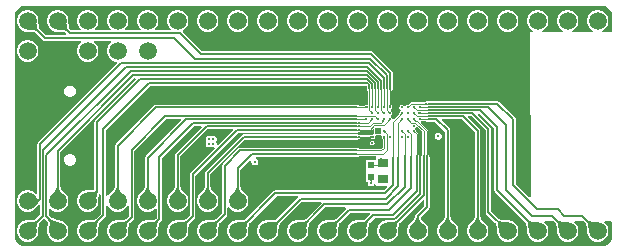
<source format=gbl>
G04*
G04 #@! TF.GenerationSoftware,Altium Limited,Altium Designer,22.8.2 (66)*
G04*
G04 Layer_Physical_Order=4*
G04 Layer_Color=16711680*
%FSLAX44Y44*%
%MOMM*%
G71*
G04*
G04 #@! TF.SameCoordinates,5B037859-B446-4BB1-8760-713DD72627CB*
G04*
G04*
G04 #@! TF.FilePolarity,Positive*
G04*
G01*
G75*
%ADD13C,0.1524*%
%ADD22R,0.5000X0.6000*%
%ADD26R,0.6000X0.6000*%
%ADD53C,0.0762*%
%ADD60C,0.1000*%
%ADD61O,1.8000X1.2000*%
%ADD62O,2.1000X1.2000*%
%ADD63C,1.5000*%
%ADD64C,0.4064*%
%ADD65C,0.3000*%
%ADD66C,0.2500*%
%ADD68R,0.9000X0.8000*%
G36*
X487100Y190299D02*
Y190281D01*
X489114Y190015D01*
X490990Y189238D01*
X492602Y188002D01*
X493838Y186390D01*
X494615Y184514D01*
X494881Y182500D01*
X494899D01*
Y169169D01*
X494001Y168271D01*
X486589Y168274D01*
X486349Y169544D01*
X488141Y170579D01*
X489821Y172259D01*
X491009Y174317D01*
X491624Y176612D01*
Y178988D01*
X491009Y181283D01*
X489821Y183341D01*
X488141Y185021D01*
X486083Y186209D01*
X483788Y186824D01*
X481412D01*
X479117Y186209D01*
X477059Y185021D01*
X475379Y183341D01*
X474191Y181283D01*
X473576Y178988D01*
Y176612D01*
X474191Y174317D01*
X475379Y172259D01*
X477059Y170579D01*
X478846Y169547D01*
X478587Y168277D01*
X461266Y168284D01*
X460966Y169554D01*
X462741Y170579D01*
X464421Y172259D01*
X465609Y174317D01*
X466224Y176612D01*
Y178988D01*
X465609Y181283D01*
X464421Y183341D01*
X462741Y185021D01*
X460683Y186209D01*
X458388Y186824D01*
X456012D01*
X453717Y186209D01*
X451659Y185021D01*
X449979Y183341D01*
X448791Y181283D01*
X448176Y178988D01*
Y176612D01*
X448791Y174317D01*
X449979Y172259D01*
X451659Y170579D01*
X453428Y169557D01*
X453109Y168288D01*
X435924Y168295D01*
X435584Y169565D01*
X437341Y170579D01*
X439021Y172259D01*
X440209Y174317D01*
X440824Y176612D01*
Y178988D01*
X440209Y181283D01*
X439021Y183341D01*
X437341Y185021D01*
X435283Y186209D01*
X432988Y186824D01*
X430612D01*
X428317Y186209D01*
X426259Y185021D01*
X424579Y183341D01*
X423391Y181283D01*
X422776Y178988D01*
Y176612D01*
X423391Y174317D01*
X424579Y172259D01*
X426259Y170579D01*
X428011Y169568D01*
X427670Y168298D01*
X425701Y168299D01*
X425881Y28909D01*
X424708Y28423D01*
X413303Y39827D01*
Y94488D01*
X413125Y95380D01*
X412620Y96136D01*
X399412Y109344D01*
X398656Y109849D01*
X397764Y110027D01*
X338630D01*
X337738Y109849D01*
X336982Y109344D01*
X336707Y108933D01*
X324956D01*
X324081Y108571D01*
X322205Y106695D01*
X322172Y106681D01*
X322123Y106666D01*
X322067Y106653D01*
X322001Y106643D01*
X321926Y106636D01*
X321816Y106634D01*
X321673Y106572D01*
X321420D01*
X320680Y106265D01*
X320114Y105699D01*
X320005Y105436D01*
X318635D01*
X318526Y105699D01*
X317960Y106265D01*
X317220Y106572D01*
X316420D01*
X315680Y106265D01*
X315114Y105699D01*
X314808Y104960D01*
Y104159D01*
X315114Y103420D01*
X315680Y102854D01*
X315943Y102745D01*
Y101374D01*
X315680Y101265D01*
X315114Y100699D01*
X314808Y99960D01*
Y99706D01*
X314745Y99563D01*
X314743Y99454D01*
X314737Y99379D01*
X314727Y99313D01*
X314714Y99257D01*
X314699Y99208D01*
X314685Y99174D01*
X310101Y94591D01*
X309320Y94818D01*
X308785Y95071D01*
X308525Y95699D01*
X307959Y96265D01*
X307696Y96374D01*
Y97745D01*
X307959Y97854D01*
X308525Y98420D01*
X308831Y99159D01*
Y99960D01*
X308525Y100699D01*
X307959Y101265D01*
X307696Y101374D01*
Y102745D01*
X307959Y102854D01*
X308525Y103420D01*
X308831Y104159D01*
Y104960D01*
X308525Y105699D01*
X308346Y105879D01*
X308289Y106024D01*
X308213Y106103D01*
X308164Y106160D01*
X308125Y106214D01*
X308094Y106263D01*
X308071Y106308D01*
X308056Y106342D01*
Y118697D01*
X308467Y118971D01*
X308973Y119727D01*
X309150Y120619D01*
Y133871D01*
X308973Y134763D01*
X308467Y135519D01*
X292224Y151762D01*
X291468Y152267D01*
X290576Y152445D01*
X147396D01*
X131392Y168449D01*
X131538Y169981D01*
X131563Y170014D01*
X132541Y170579D01*
X134221Y172259D01*
X135409Y174317D01*
X136024Y176612D01*
Y178988D01*
X135409Y181283D01*
X134221Y183341D01*
X132541Y185021D01*
X130483Y186209D01*
X128188Y186824D01*
X125812D01*
X123517Y186209D01*
X121459Y185021D01*
X119779Y183341D01*
X118591Y181283D01*
X117976Y178988D01*
Y176612D01*
X118591Y174317D01*
X119779Y172259D01*
X121051Y170987D01*
X120525Y169717D01*
X108075D01*
X107549Y170987D01*
X108821Y172259D01*
X110009Y174317D01*
X110624Y176612D01*
Y178988D01*
X110009Y181283D01*
X108821Y183341D01*
X107141Y185021D01*
X105083Y186209D01*
X102788Y186824D01*
X100412D01*
X98117Y186209D01*
X96059Y185021D01*
X94379Y183341D01*
X93191Y181283D01*
X92576Y178988D01*
Y176612D01*
X93191Y174317D01*
X94379Y172259D01*
X95651Y170987D01*
X95125Y169717D01*
X82675D01*
X82149Y170987D01*
X83421Y172259D01*
X84609Y174317D01*
X85224Y176612D01*
Y178988D01*
X84609Y181283D01*
X83421Y183341D01*
X81741Y185021D01*
X79683Y186209D01*
X77388Y186824D01*
X75012D01*
X72717Y186209D01*
X70659Y185021D01*
X68979Y183341D01*
X67791Y181283D01*
X67176Y178988D01*
Y176612D01*
X67791Y174317D01*
X68979Y172259D01*
X70251Y170987D01*
X69725Y169717D01*
X57275D01*
X56749Y170987D01*
X58021Y172259D01*
X59209Y174317D01*
X59824Y176612D01*
Y178988D01*
X59209Y181283D01*
X58021Y183341D01*
X56341Y185021D01*
X54283Y186209D01*
X51988Y186824D01*
X49612D01*
X47317Y186209D01*
X45259Y185021D01*
X43579Y183341D01*
X42391Y181283D01*
X41776Y178988D01*
Y176612D01*
X42391Y174317D01*
X43579Y172259D01*
X44851Y170987D01*
X44325Y169717D01*
X36779D01*
X35715Y170781D01*
X35670Y170930D01*
X35460Y171185D01*
X35317Y171431D01*
X35159Y171807D01*
X35004Y172310D01*
X34863Y172934D01*
X34750Y173640D01*
X34553Y176573D01*
X34549Y177730D01*
X34424Y178030D01*
Y178988D01*
X33809Y181283D01*
X32621Y183341D01*
X30941Y185021D01*
X28883Y186209D01*
X26588Y186824D01*
X24212D01*
X21917Y186209D01*
X19859Y185021D01*
X18179Y183341D01*
X16991Y181283D01*
X16376Y178988D01*
Y176612D01*
X16991Y174317D01*
X18179Y172259D01*
X19859Y170579D01*
X21917Y169391D01*
X24212Y168776D01*
X25170D01*
X25470Y168651D01*
X26656Y168647D01*
X27701Y168613D01*
X29544Y168453D01*
X30266Y168337D01*
X30890Y168196D01*
X31393Y168041D01*
X31769Y167883D01*
X32015Y167740D01*
X32271Y167530D01*
X32519Y166896D01*
X31768Y165653D01*
X15443D01*
X10316Y170781D01*
X10270Y170930D01*
X10060Y171185D01*
X9917Y171431D01*
X9759Y171807D01*
X9604Y172310D01*
X9463Y172934D01*
X9350Y173640D01*
X9153Y176573D01*
X9149Y177730D01*
X9024Y178030D01*
Y178988D01*
X8409Y181283D01*
X7221Y183341D01*
X5541Y185021D01*
X3483Y186209D01*
X1188Y186824D01*
X-1188D01*
X-3483Y186209D01*
X-5541Y185021D01*
X-7221Y183341D01*
X-8409Y181283D01*
X-9024Y178988D01*
Y176612D01*
X-8409Y174317D01*
X-7221Y172259D01*
X-5541Y170579D01*
X-3483Y169391D01*
X-1188Y168776D01*
X-230D01*
X70Y168651D01*
X1256Y168647D01*
X2301Y168613D01*
X4144Y168453D01*
X4866Y168337D01*
X5490Y168196D01*
X5993Y168041D01*
X6369Y167883D01*
X6615Y167740D01*
X6870Y167530D01*
X7019Y167484D01*
X12830Y161674D01*
X13586Y161169D01*
X14478Y160991D01*
X45092D01*
X45433Y159721D01*
X45259Y159621D01*
X43579Y157941D01*
X42391Y155883D01*
X41776Y153588D01*
Y151212D01*
X42391Y148917D01*
X43579Y146859D01*
X45259Y145179D01*
X47317Y143991D01*
X49612Y143376D01*
X51988D01*
X54283Y143991D01*
X56341Y145179D01*
X58021Y146859D01*
X59209Y148917D01*
X59824Y151212D01*
Y153588D01*
X59209Y155883D01*
X58021Y157941D01*
X56341Y159621D01*
X56167Y159721D01*
X56508Y160991D01*
X70492D01*
X70833Y159721D01*
X70659Y159621D01*
X68979Y157941D01*
X67791Y155883D01*
X67176Y153588D01*
Y151212D01*
X67791Y148917D01*
X68979Y146859D01*
X70659Y145179D01*
X72717Y143991D01*
X75012Y143376D01*
X75682D01*
X76168Y142203D01*
X9050Y75084D01*
X8545Y74328D01*
X8367Y73436D01*
Y31606D01*
X7097Y31223D01*
X6541Y31798D01*
X6528Y31803D01*
X6522Y31816D01*
X6220Y31942D01*
X5541Y32621D01*
X3483Y33809D01*
X1188Y34424D01*
X-1188D01*
X-3483Y33809D01*
X-5541Y32621D01*
X-7221Y30941D01*
X-8409Y28883D01*
X-9024Y26588D01*
Y24212D01*
X-8409Y21917D01*
X-7221Y19859D01*
X-5541Y18179D01*
X-3483Y16991D01*
X-1188Y16376D01*
X1188D01*
X3483Y16991D01*
X5541Y18179D01*
X6220Y18858D01*
X6522Y18984D01*
X6528Y18997D01*
X6541Y19002D01*
X7367Y19855D01*
X7378Y19882D01*
X7404Y19894D01*
X9236Y21914D01*
X9254Y21965D01*
X9302Y21991D01*
X9383Y22093D01*
X10653Y21648D01*
Y13949D01*
X7019Y10316D01*
X6870Y10270D01*
X6615Y10060D01*
X6369Y9917D01*
X5993Y9759D01*
X5490Y9604D01*
X4866Y9463D01*
X4160Y9350D01*
X1227Y9153D01*
X70Y9149D01*
X-230Y9024D01*
X-1188D01*
X-3483Y8409D01*
X-5541Y7221D01*
X-7221Y5541D01*
X-8409Y3483D01*
X-9024Y1188D01*
Y-1188D01*
X-8409Y-3483D01*
X-7221Y-5541D01*
X-5541Y-7221D01*
X-3483Y-8409D01*
X-1188Y-9024D01*
X1188D01*
X3483Y-8409D01*
X5541Y-7221D01*
X7221Y-5541D01*
X8409Y-3483D01*
X9024Y-1188D01*
Y-230D01*
X9149Y70D01*
X9153Y1256D01*
X9187Y2301D01*
X9347Y4144D01*
X9463Y4866D01*
X9604Y5490D01*
X9759Y5993D01*
X9917Y6369D01*
X10060Y6615D01*
X10270Y6870D01*
X10316Y7019D01*
X13970Y10674D01*
X16276Y8368D01*
X16284Y8315D01*
X16389Y8237D01*
X16428Y8112D01*
X16671Y7819D01*
X16806Y7582D01*
X16927Y7260D01*
X17022Y6839D01*
X17080Y6317D01*
X17089Y5694D01*
X17045Y4999D01*
X16765Y3243D01*
X16531Y2247D01*
X16580Y1948D01*
X16376Y1188D01*
Y-1188D01*
X16991Y-3483D01*
X18179Y-5541D01*
X19859Y-7221D01*
X21917Y-8409D01*
X24212Y-9024D01*
X26588D01*
X28883Y-8409D01*
X30941Y-7221D01*
X32621Y-5541D01*
X33809Y-3483D01*
X34424Y-1188D01*
Y1188D01*
X33809Y3483D01*
X32621Y5541D01*
X30941Y7221D01*
X28883Y8409D01*
X27788Y8702D01*
X27518Y8901D01*
X27514Y8900D01*
X27511Y8903D01*
X26177Y9225D01*
X22910Y10110D01*
X21381Y10616D01*
X20843Y10829D01*
X20448Y11012D01*
X20234Y11136D01*
X20067Y11268D01*
X19928Y11308D01*
X17945Y13291D01*
Y18297D01*
X19215Y18823D01*
X19859Y18179D01*
X21917Y16991D01*
X24212Y16376D01*
X26588D01*
X28883Y16991D01*
X30941Y18179D01*
X32621Y19859D01*
X33809Y21917D01*
X34424Y24212D01*
Y26588D01*
X33809Y28883D01*
X32621Y30941D01*
X31943Y31618D01*
X31820Y31919D01*
X30984Y32760D01*
X30268Y33523D01*
X29079Y34940D01*
X28651Y35532D01*
X28309Y36073D01*
X28063Y36538D01*
X27909Y36916D01*
X27836Y37191D01*
X27804Y37520D01*
X27731Y37658D01*
Y66991D01*
X90346Y129606D01*
X91195Y129510D01*
X91681Y128251D01*
X57280Y93850D01*
X56775Y93094D01*
X56597Y92202D01*
Y34994D01*
X56239Y34901D01*
X55689Y34799D01*
X52025Y34550D01*
X50875Y34549D01*
X50573Y34424D01*
X49612D01*
X47317Y33809D01*
X45259Y32621D01*
X43579Y30941D01*
X42391Y28883D01*
X41776Y26588D01*
Y24212D01*
X42391Y21917D01*
X43579Y19859D01*
X45259Y18179D01*
X47317Y16991D01*
X49612Y16376D01*
X51988D01*
X54283Y16991D01*
X56341Y18179D01*
X58021Y19859D01*
X59209Y21917D01*
X59824Y24212D01*
Y25164D01*
X59949Y25456D01*
X59975Y27721D01*
X60099Y29532D01*
X60190Y30240D01*
X60301Y30839D01*
X60344Y31004D01*
X60661Y31184D01*
X61931Y30445D01*
Y14427D01*
X57819Y10316D01*
X57670Y10270D01*
X57415Y10060D01*
X57169Y9917D01*
X56793Y9759D01*
X56290Y9604D01*
X55666Y9463D01*
X54960Y9350D01*
X52027Y9153D01*
X50870Y9149D01*
X50570Y9024D01*
X49612D01*
X47317Y8409D01*
X45259Y7221D01*
X43579Y5541D01*
X42391Y3483D01*
X41776Y1188D01*
Y-1188D01*
X42391Y-3483D01*
X43579Y-5541D01*
X45259Y-7221D01*
X47317Y-8409D01*
X49612Y-9024D01*
X51988D01*
X54283Y-8409D01*
X56341Y-7221D01*
X58021Y-5541D01*
X59209Y-3483D01*
X59824Y-1188D01*
Y-230D01*
X59949Y70D01*
X59953Y1256D01*
X59987Y2301D01*
X60147Y4144D01*
X60263Y4866D01*
X60404Y5490D01*
X60559Y5993D01*
X60717Y6369D01*
X60860Y6615D01*
X61070Y6870D01*
X61115Y7019D01*
X65910Y11814D01*
X66415Y12570D01*
X66593Y13462D01*
Y21081D01*
X66759Y21186D01*
X68453Y20769D01*
X68979Y19859D01*
X70659Y18179D01*
X72717Y16991D01*
X75012Y16376D01*
X77388D01*
X79683Y16991D01*
X81741Y18179D01*
X83421Y19859D01*
X83947Y20769D01*
X85641Y21186D01*
X85807Y21081D01*
Y12903D01*
X83219Y10316D01*
X83070Y10270D01*
X82815Y10060D01*
X82569Y9917D01*
X82193Y9759D01*
X81690Y9604D01*
X81066Y9463D01*
X80360Y9350D01*
X77427Y9153D01*
X76270Y9149D01*
X75970Y9024D01*
X75012D01*
X72717Y8409D01*
X70659Y7221D01*
X68979Y5541D01*
X67791Y3483D01*
X67176Y1188D01*
Y-1188D01*
X67791Y-3483D01*
X68979Y-5541D01*
X70659Y-7221D01*
X72717Y-8409D01*
X75012Y-9024D01*
X77388D01*
X79683Y-8409D01*
X81741Y-7221D01*
X83421Y-5541D01*
X84609Y-3483D01*
X85224Y-1188D01*
Y-230D01*
X85349Y70D01*
X85353Y1256D01*
X85387Y2301D01*
X85547Y4144D01*
X85663Y4866D01*
X85804Y5490D01*
X85959Y5993D01*
X86117Y6369D01*
X86260Y6615D01*
X86470Y6870D01*
X86516Y7019D01*
X89786Y10290D01*
X90291Y11046D01*
X90469Y11938D01*
Y67615D01*
X117551Y94697D01*
X129620D01*
X130106Y93524D01*
X99952Y63370D01*
X99447Y62614D01*
X99269Y61722D01*
Y37658D01*
X99196Y37520D01*
X99164Y37191D01*
X99091Y36916D01*
X98937Y36538D01*
X98691Y36073D01*
X98350Y35532D01*
X97930Y34953D01*
X95996Y32739D01*
X95180Y31919D01*
X95057Y31618D01*
X94379Y30941D01*
X93191Y28883D01*
X92576Y26588D01*
Y24212D01*
X93191Y21917D01*
X94379Y19859D01*
X96059Y18179D01*
X98117Y16991D01*
X100412Y16376D01*
X102788D01*
X105083Y16991D01*
X107141Y18179D01*
X107905Y18943D01*
X109175Y18417D01*
Y10871D01*
X108619Y10316D01*
X108470Y10270D01*
X108215Y10060D01*
X107969Y9917D01*
X107593Y9759D01*
X107090Y9604D01*
X106466Y9463D01*
X105760Y9350D01*
X102827Y9153D01*
X101670Y9149D01*
X101370Y9024D01*
X100412D01*
X98117Y8409D01*
X96059Y7221D01*
X94379Y5541D01*
X93191Y3483D01*
X92576Y1188D01*
Y-1188D01*
X93191Y-3483D01*
X94379Y-5541D01*
X96059Y-7221D01*
X98117Y-8409D01*
X100412Y-9024D01*
X102788D01*
X105083Y-8409D01*
X107141Y-7221D01*
X108821Y-5541D01*
X110009Y-3483D01*
X110624Y-1188D01*
Y-230D01*
X110749Y70D01*
X110753Y1256D01*
X110787Y2301D01*
X110947Y4144D01*
X111063Y4866D01*
X111204Y5490D01*
X111359Y5993D01*
X111517Y6369D01*
X111660Y6615D01*
X111870Y6870D01*
X111916Y7019D01*
X113154Y8258D01*
X113659Y9014D01*
X113837Y9906D01*
Y61773D01*
X141173Y89109D01*
X147146D01*
X147632Y87936D01*
X125352Y65656D01*
X124847Y64900D01*
X124669Y64008D01*
Y37658D01*
X124596Y37520D01*
X124564Y37191D01*
X124491Y36916D01*
X124337Y36538D01*
X124091Y36073D01*
X123750Y35532D01*
X123330Y34953D01*
X121396Y32739D01*
X120580Y31919D01*
X120457Y31618D01*
X119779Y30941D01*
X118591Y28883D01*
X117976Y26588D01*
Y24212D01*
X118591Y21917D01*
X119779Y19859D01*
X121459Y18179D01*
X123517Y16991D01*
X125812Y16376D01*
X128188D01*
X130483Y16991D01*
X132541Y18179D01*
X134221Y19859D01*
X135409Y21917D01*
X136024Y24212D01*
Y26588D01*
X135409Y28883D01*
X134221Y30941D01*
X133543Y31618D01*
X133420Y31919D01*
X132584Y32760D01*
X131868Y33523D01*
X130679Y34940D01*
X130251Y35532D01*
X129909Y36073D01*
X129663Y36538D01*
X129509Y36916D01*
X129436Y37191D01*
X129404Y37520D01*
X129331Y37658D01*
Y63043D01*
X152857Y86569D01*
X173562D01*
X174048Y85396D01*
X161385Y72733D01*
X160472Y73199D01*
X160250Y73394D01*
Y74516D01*
X159790Y75627D01*
X159725Y75692D01*
X159790Y75757D01*
X160250Y76869D01*
Y78071D01*
X159790Y79183D01*
X158939Y80034D01*
X157828Y80494D01*
X156624D01*
X155575Y80059D01*
X154525Y80494D01*
X153322D01*
X152211Y80034D01*
X151360Y79183D01*
X150900Y78071D01*
Y76869D01*
X151360Y75757D01*
X151425Y75692D01*
X151360Y75627D01*
X150900Y74516D01*
Y73313D01*
X151360Y72201D01*
X152211Y71350D01*
X153322Y70890D01*
X154525D01*
X155575Y71325D01*
X156624Y70890D01*
X157746D01*
X157941Y70668D01*
X158407Y69756D01*
X138089Y49437D01*
X137583Y48681D01*
X137406Y47789D01*
Y13448D01*
X134157Y10200D01*
X134008Y10154D01*
X133748Y9939D01*
X133501Y9796D01*
X133129Y9642D01*
X132633Y9492D01*
X132018Y9361D01*
X131323Y9260D01*
X128427Y9122D01*
X127288Y9145D01*
X126978Y9024D01*
X125812D01*
X123517Y8409D01*
X121459Y7221D01*
X119779Y5541D01*
X118591Y3483D01*
X117976Y1188D01*
Y-1188D01*
X118591Y-3483D01*
X119779Y-5541D01*
X121459Y-7221D01*
X123517Y-8409D01*
X125812Y-9024D01*
X128188D01*
X130483Y-8409D01*
X132541Y-7221D01*
X134221Y-5541D01*
X135409Y-3483D01*
X136024Y-1188D01*
Y-438D01*
X136148Y-170D01*
X136238Y2127D01*
X136434Y3980D01*
X136562Y4714D01*
X136712Y5346D01*
X136874Y5855D01*
X137036Y6235D01*
X137178Y6480D01*
X137383Y6730D01*
X137429Y6878D01*
X141385Y10834D01*
X141890Y11591D01*
X142067Y12483D01*
Y46823D01*
X178512Y83267D01*
X279260D01*
X280152Y83445D01*
X280908Y83950D01*
X281182Y84361D01*
X289732D01*
X290607Y84723D01*
X292384Y86501D01*
X293557Y86014D01*
Y82456D01*
X292493Y81523D01*
X291692D01*
X290953Y81216D01*
X290828Y81092D01*
X290699Y81048D01*
X290614Y80974D01*
X290550Y80924D01*
X290490Y80883D01*
X290435Y80850D01*
X290384Y80825D01*
X290341Y80808D01*
X281182D01*
X280908Y81219D01*
X280152Y81724D01*
X279260Y81902D01*
X182949D01*
X182057Y81724D01*
X181301Y81219D01*
X150752Y50670D01*
X150247Y49914D01*
X150069Y49022D01*
Y37658D01*
X149996Y37520D01*
X149964Y37191D01*
X149891Y36916D01*
X149737Y36538D01*
X149491Y36073D01*
X149150Y35532D01*
X148730Y34953D01*
X146796Y32739D01*
X145980Y31919D01*
X145857Y31618D01*
X145179Y30941D01*
X143991Y28883D01*
X143376Y26588D01*
Y24212D01*
X143991Y21917D01*
X145179Y19859D01*
X146859Y18179D01*
X148917Y16991D01*
X151212Y16376D01*
X153588D01*
X155883Y16991D01*
X157941Y18179D01*
X159621Y19859D01*
X160809Y21917D01*
X161424Y24212D01*
Y26588D01*
X160809Y28883D01*
X159621Y30941D01*
X158943Y31618D01*
X158820Y31919D01*
X157984Y32760D01*
X157268Y33523D01*
X156079Y34940D01*
X155651Y35532D01*
X155309Y36073D01*
X155063Y36538D01*
X154909Y36916D01*
X154836Y37191D01*
X154804Y37520D01*
X154731Y37658D01*
Y48057D01*
X183914Y77240D01*
X279260D01*
X280152Y77418D01*
X280908Y77923D01*
X281182Y78334D01*
X290284D01*
X290307Y78323D01*
X290346Y78302D01*
X290389Y78273D01*
X290436Y78236D01*
X290487Y78189D01*
X290560Y78112D01*
X290714Y78043D01*
X290953Y77805D01*
X291321Y77652D01*
X291363Y77245D01*
X291195Y76330D01*
X290706Y76128D01*
X290140Y75562D01*
X289834Y74822D01*
Y74022D01*
X290140Y73282D01*
X290706Y72716D01*
X291446Y72410D01*
X292246D01*
X292986Y72716D01*
X293552Y73282D01*
X293858Y74022D01*
Y74822D01*
X293552Y75562D01*
X292986Y76128D01*
X292617Y76280D01*
X292576Y76688D01*
X292744Y77603D01*
X293232Y77805D01*
X293798Y78371D01*
X294104Y79110D01*
Y79847D01*
X294104Y79911D01*
X295112Y80797D01*
X298780D01*
X299807Y79959D01*
X299807Y79640D01*
Y79159D01*
X300114Y78419D01*
X300293Y78240D01*
X300350Y78095D01*
X300425Y78016D01*
X300474Y77958D01*
X300513Y77905D01*
X300544Y77855D01*
X300568Y77810D01*
X300582Y77777D01*
Y70938D01*
X299065Y69421D01*
X281182D01*
X280908Y69832D01*
X280152Y70337D01*
X279260Y70514D01*
X180198D01*
X179306Y70337D01*
X178549Y69832D01*
X165230Y56512D01*
X164725Y55756D01*
X164547Y54864D01*
Y15443D01*
X159419Y10316D01*
X159270Y10270D01*
X159015Y10060D01*
X158769Y9917D01*
X158393Y9759D01*
X157890Y9604D01*
X157266Y9463D01*
X156560Y9350D01*
X153627Y9153D01*
X152470Y9149D01*
X152170Y9024D01*
X151212D01*
X148917Y8409D01*
X146859Y7221D01*
X145179Y5541D01*
X143991Y3483D01*
X143376Y1188D01*
Y-1188D01*
X143991Y-3483D01*
X145179Y-5541D01*
X146859Y-7221D01*
X148917Y-8409D01*
X151212Y-9024D01*
X153588D01*
X155883Y-8409D01*
X157941Y-7221D01*
X159621Y-5541D01*
X160809Y-3483D01*
X161424Y-1188D01*
Y-230D01*
X161549Y70D01*
X161553Y1256D01*
X161587Y2301D01*
X161747Y4144D01*
X161863Y4866D01*
X162004Y5490D01*
X162159Y5993D01*
X162317Y6369D01*
X162460Y6615D01*
X162670Y6870D01*
X162715Y7019D01*
X168526Y12830D01*
X169031Y13586D01*
X169209Y14478D01*
Y19692D01*
X170479Y20033D01*
X170579Y19859D01*
X172259Y18179D01*
X174317Y16991D01*
X176612Y16376D01*
X178988D01*
X181283Y16991D01*
X183341Y18179D01*
X185021Y19859D01*
X186209Y21917D01*
X186824Y24212D01*
Y26588D01*
X186209Y28883D01*
X185021Y30941D01*
X184343Y31618D01*
X184220Y31919D01*
X183384Y32760D01*
X182668Y33523D01*
X181479Y34940D01*
X181050Y35532D01*
X180709Y36073D01*
X180463Y36538D01*
X180309Y36916D01*
X180236Y37191D01*
X180204Y37520D01*
X180131Y37658D01*
Y51867D01*
X188120Y59855D01*
X189032Y59389D01*
X189254Y59194D01*
Y58073D01*
X189714Y56961D01*
X190565Y56110D01*
X191677Y55650D01*
X192880D01*
X193991Y56110D01*
X194842Y56961D01*
X195302Y58073D01*
Y59275D01*
X194842Y60387D01*
X193991Y61238D01*
X193543Y61423D01*
X193796Y62693D01*
X279260D01*
X280152Y62871D01*
X280908Y63376D01*
X281182Y63787D01*
X293612D01*
X294714Y63382D01*
Y60096D01*
X286308D01*
Y51366D01*
X286308Y51048D01*
Y50096D01*
X286308Y49778D01*
Y41048D01*
X287806D01*
Y40293D01*
X288266Y39181D01*
X289117Y38330D01*
X290229Y37870D01*
X291432D01*
X292543Y38330D01*
X293394Y39181D01*
X293444Y39303D01*
X294714Y39050D01*
Y38334D01*
X304396D01*
X304882Y37161D01*
X302057Y34335D01*
X209804D01*
X208912Y34157D01*
X208156Y33652D01*
X184819Y10316D01*
X184671Y10270D01*
X184415Y10060D01*
X184169Y9917D01*
X183793Y9759D01*
X183290Y9604D01*
X182666Y9463D01*
X181960Y9350D01*
X179027Y9153D01*
X177870Y9149D01*
X177570Y9024D01*
X176612D01*
X174317Y8409D01*
X172259Y7221D01*
X170579Y5541D01*
X169391Y3483D01*
X168776Y1188D01*
Y-1188D01*
X169391Y-3483D01*
X170579Y-5541D01*
X172259Y-7221D01*
X174317Y-8409D01*
X176612Y-9024D01*
X178988D01*
X181283Y-8409D01*
X183341Y-7221D01*
X185021Y-5541D01*
X186209Y-3483D01*
X186824Y-1188D01*
Y-230D01*
X186949Y70D01*
X186953Y1256D01*
X186987Y2301D01*
X187147Y4144D01*
X187263Y4866D01*
X187404Y5490D01*
X187559Y5993D01*
X187717Y6369D01*
X187860Y6615D01*
X188070Y6870D01*
X188116Y7019D01*
X210769Y29673D01*
X228797D01*
X229323Y28403D01*
X210755Y9835D01*
X210606Y9789D01*
X210605Y9788D01*
X210603Y9787D01*
X210329Y9561D01*
X210083Y9419D01*
X209726Y9275D01*
X209251Y9145D01*
X208664Y9040D01*
X207967Y8969D01*
X207183Y8937D01*
X205245Y9001D01*
X204141Y9101D01*
X203895Y9024D01*
X202012D01*
X199717Y8409D01*
X197659Y7221D01*
X195979Y5541D01*
X194791Y3483D01*
X194176Y1188D01*
Y-1188D01*
X194791Y-3483D01*
X195979Y-5541D01*
X197659Y-7221D01*
X199717Y-8409D01*
X202012Y-9024D01*
X204388D01*
X206683Y-8409D01*
X208741Y-7221D01*
X210421Y-5541D01*
X211609Y-3483D01*
X212224Y-1188D01*
Y-972D01*
X212314Y-802D01*
Y-802D01*
X212314Y-802D01*
X212433Y435D01*
X212715Y2574D01*
X213052Y4267D01*
X213226Y4906D01*
X213407Y5433D01*
X213578Y5821D01*
X213718Y6061D01*
X213905Y6290D01*
X213949Y6437D01*
X232360Y24847D01*
X248355D01*
X248881Y23577D01*
X235619Y10316D01*
X235471Y10270D01*
X235215Y10060D01*
X234969Y9917D01*
X234593Y9759D01*
X234090Y9604D01*
X233466Y9463D01*
X232760Y9350D01*
X229827Y9153D01*
X228670Y9149D01*
X228370Y9024D01*
X227412D01*
X225117Y8409D01*
X223059Y7221D01*
X221379Y5541D01*
X220191Y3483D01*
X219576Y1188D01*
Y-1188D01*
X220191Y-3483D01*
X221379Y-5541D01*
X223059Y-7221D01*
X225117Y-8409D01*
X227412Y-9024D01*
X229788D01*
X232083Y-8409D01*
X234141Y-7221D01*
X235821Y-5541D01*
X237009Y-3483D01*
X237624Y-1188D01*
Y-230D01*
X237749Y70D01*
X237753Y1256D01*
X237787Y2301D01*
X237947Y4144D01*
X238063Y4866D01*
X238204Y5490D01*
X238359Y5993D01*
X238517Y6369D01*
X238660Y6615D01*
X238870Y6870D01*
X238916Y7019D01*
X251917Y20021D01*
X268929D01*
X269455Y18751D01*
X261019Y10316D01*
X260870Y10270D01*
X260615Y10060D01*
X260369Y9917D01*
X259993Y9759D01*
X259490Y9604D01*
X258866Y9463D01*
X258160Y9350D01*
X255227Y9153D01*
X254070Y9149D01*
X253770Y9024D01*
X252812D01*
X250517Y8409D01*
X248459Y7221D01*
X246779Y5541D01*
X245591Y3483D01*
X244976Y1188D01*
Y-1188D01*
X245591Y-3483D01*
X246779Y-5541D01*
X248459Y-7221D01*
X250517Y-8409D01*
X252812Y-9024D01*
X255188D01*
X257483Y-8409D01*
X259541Y-7221D01*
X261221Y-5541D01*
X262409Y-3483D01*
X263024Y-1188D01*
Y-230D01*
X263149Y70D01*
X263153Y1256D01*
X263187Y2301D01*
X263347Y4144D01*
X263463Y4866D01*
X263604Y5490D01*
X263759Y5993D01*
X263917Y6369D01*
X264060Y6615D01*
X264270Y6870D01*
X264315Y7019D01*
X272745Y15449D01*
X289757D01*
X290283Y14179D01*
X286419Y10316D01*
X286271Y10270D01*
X286015Y10060D01*
X285769Y9917D01*
X285393Y9759D01*
X284890Y9604D01*
X284266Y9463D01*
X283560Y9350D01*
X280627Y9153D01*
X279470Y9149D01*
X279170Y9024D01*
X278212D01*
X275917Y8409D01*
X273859Y7221D01*
X272179Y5541D01*
X270991Y3483D01*
X270376Y1188D01*
Y-1188D01*
X270991Y-3483D01*
X272179Y-5541D01*
X273859Y-7221D01*
X275917Y-8409D01*
X278212Y-9024D01*
X280588D01*
X282883Y-8409D01*
X284941Y-7221D01*
X286621Y-5541D01*
X287809Y-3483D01*
X288424Y-1188D01*
Y-230D01*
X288549Y70D01*
X288553Y1256D01*
X288587Y2301D01*
X288747Y4144D01*
X288863Y4866D01*
X289004Y5490D01*
X289159Y5993D01*
X289317Y6369D01*
X289460Y6615D01*
X289670Y6870D01*
X289715Y7019D01*
X293827Y11131D01*
X309118D01*
X310010Y11309D01*
X310766Y11814D01*
X331086Y32134D01*
X331591Y32890D01*
X331769Y33782D01*
Y62249D01*
X331591Y63141D01*
X331086Y63897D01*
X330675Y64172D01*
Y81677D01*
X330313Y82552D01*
X330313Y82552D01*
X328872Y83992D01*
X328871Y83994D01*
X328865Y84024D01*
X328860Y84060D01*
X328858Y84106D01*
X328861Y84162D01*
X328872Y84258D01*
X328832Y84405D01*
Y84959D01*
X328526Y85699D01*
X328387Y85837D01*
X328410Y87212D01*
X329193Y87958D01*
X330143Y87798D01*
X334150Y83791D01*
Y64172D01*
X333739Y63897D01*
X333234Y63141D01*
X333056Y62249D01*
Y31552D01*
X311819Y10316D01*
X311670Y10270D01*
X311415Y10060D01*
X311169Y9917D01*
X310793Y9759D01*
X310290Y9604D01*
X309666Y9463D01*
X308960Y9350D01*
X306027Y9153D01*
X304870Y9149D01*
X304570Y9024D01*
X303612D01*
X301317Y8409D01*
X299259Y7221D01*
X297579Y5541D01*
X296391Y3483D01*
X295776Y1188D01*
Y-1188D01*
X296391Y-3483D01*
X297579Y-5541D01*
X299259Y-7221D01*
X301317Y-8409D01*
X303612Y-9024D01*
X305988D01*
X308283Y-8409D01*
X310341Y-7221D01*
X312021Y-5541D01*
X313209Y-3483D01*
X313824Y-1188D01*
Y-230D01*
X313949Y70D01*
X313953Y1256D01*
X313987Y2301D01*
X314147Y4144D01*
X314263Y4866D01*
X314404Y5490D01*
X314559Y5993D01*
X314717Y6369D01*
X314860Y6615D01*
X315070Y6870D01*
X315116Y7019D01*
X334570Y26474D01*
X335743Y25988D01*
Y21031D01*
X328552Y13840D01*
X328047Y13084D01*
X327890Y12297D01*
X327796Y12120D01*
X327764Y11791D01*
X327691Y11516D01*
X327537Y11138D01*
X327291Y10673D01*
X326950Y10132D01*
X326530Y9553D01*
X324595Y7339D01*
X323780Y6519D01*
X323657Y6219D01*
X322979Y5541D01*
X321791Y3483D01*
X321176Y1188D01*
Y-1188D01*
X321791Y-3483D01*
X322979Y-5541D01*
X324659Y-7221D01*
X326717Y-8409D01*
X329012Y-9024D01*
X331388D01*
X333683Y-8409D01*
X335741Y-7221D01*
X337421Y-5541D01*
X338609Y-3483D01*
X339224Y-1188D01*
Y1188D01*
X338609Y3483D01*
X337421Y5541D01*
X336743Y6219D01*
X336620Y6519D01*
X335784Y7360D01*
X335069Y8123D01*
X333879Y9540D01*
X333451Y10132D01*
X333109Y10673D01*
X332863Y11138D01*
X332741Y11437D01*
X339722Y18418D01*
X340227Y19174D01*
X340405Y20066D01*
Y62249D01*
X340227Y63141D01*
X339722Y63897D01*
X339311Y64172D01*
Y84582D01*
X338949Y85457D01*
X333033Y91373D01*
X333118Y92782D01*
X333297Y92962D01*
X333442Y93018D01*
X333521Y93094D01*
X333579Y93143D01*
X333632Y93182D01*
X333681Y93213D01*
X333727Y93237D01*
X333760Y93251D01*
X336707D01*
X336982Y92840D01*
X337738Y92335D01*
X338630Y92157D01*
X345237D01*
X353269Y84125D01*
Y12258D01*
X353196Y12120D01*
X353164Y11791D01*
X353091Y11516D01*
X352937Y11138D01*
X352691Y10673D01*
X352350Y10132D01*
X351930Y9553D01*
X349995Y7339D01*
X349180Y6519D01*
X349057Y6219D01*
X348379Y5541D01*
X347191Y3483D01*
X346576Y1188D01*
Y-1188D01*
X347191Y-3483D01*
X348379Y-5541D01*
X350059Y-7221D01*
X352117Y-8409D01*
X354412Y-9024D01*
X356788D01*
X359083Y-8409D01*
X361141Y-7221D01*
X362821Y-5541D01*
X364009Y-3483D01*
X364624Y-1188D01*
Y1188D01*
X364009Y3483D01*
X362821Y5541D01*
X362143Y6219D01*
X362020Y6519D01*
X361184Y7360D01*
X360468Y8123D01*
X359279Y9540D01*
X358851Y10132D01*
X358509Y10673D01*
X358263Y11138D01*
X358109Y11516D01*
X358036Y11791D01*
X358004Y12120D01*
X357931Y12258D01*
Y85090D01*
X357753Y85982D01*
X357248Y86738D01*
X350315Y93671D01*
X350801Y94844D01*
X367442D01*
X378669Y83617D01*
Y12258D01*
X378596Y12120D01*
X378564Y11791D01*
X378491Y11516D01*
X378337Y11138D01*
X378091Y10673D01*
X377749Y10132D01*
X377330Y9553D01*
X375396Y7339D01*
X374580Y6519D01*
X374457Y6219D01*
X373779Y5541D01*
X372591Y3483D01*
X371976Y1188D01*
Y-1188D01*
X372591Y-3483D01*
X373779Y-5541D01*
X375459Y-7221D01*
X377517Y-8409D01*
X379812Y-9024D01*
X382188D01*
X384483Y-8409D01*
X386541Y-7221D01*
X388221Y-5541D01*
X389409Y-3483D01*
X390024Y-1188D01*
Y1188D01*
X389409Y3483D01*
X388221Y5541D01*
X387543Y6219D01*
X387420Y6519D01*
X386584Y7360D01*
X385868Y8123D01*
X384679Y9540D01*
X384250Y10132D01*
X383909Y10673D01*
X383663Y11138D01*
X383509Y11516D01*
X383436Y11791D01*
X383404Y12120D01*
X383331Y12258D01*
Y84582D01*
X383153Y85474D01*
X382648Y86230D01*
X372814Y96064D01*
X373300Y97237D01*
X375717D01*
X387813Y85141D01*
Y16256D01*
X387991Y15364D01*
X388496Y14608D01*
X396085Y7019D01*
X396130Y6870D01*
X396340Y6615D01*
X396483Y6369D01*
X396641Y5993D01*
X396796Y5490D01*
X396937Y4866D01*
X397050Y4160D01*
X397247Y1227D01*
X397251Y70D01*
X397376Y-230D01*
Y-1188D01*
X397991Y-3483D01*
X399179Y-5541D01*
X400859Y-7221D01*
X402917Y-8409D01*
X405212Y-9024D01*
X407588D01*
X409883Y-8409D01*
X411941Y-7221D01*
X413621Y-5541D01*
X414809Y-3483D01*
X415424Y-1188D01*
Y1188D01*
X414809Y3483D01*
X413621Y5541D01*
X411941Y7221D01*
X409883Y8409D01*
X407588Y9024D01*
X406630D01*
X406330Y9149D01*
X405144Y9153D01*
X404099Y9187D01*
X402256Y9347D01*
X401534Y9463D01*
X400910Y9604D01*
X400407Y9759D01*
X400031Y9917D01*
X399785Y10060D01*
X399529Y10270D01*
X399381Y10316D01*
X392475Y17221D01*
Y86106D01*
X392297Y86998D01*
X391792Y87754D01*
X381475Y98071D01*
X381932Y99410D01*
X382602Y99496D01*
X395179Y86918D01*
Y34290D01*
X395357Y33398D01*
X395862Y32642D01*
X421484Y7019D01*
X421530Y6870D01*
X421740Y6615D01*
X421883Y6369D01*
X422041Y5993D01*
X422196Y5490D01*
X422337Y4866D01*
X422450Y4160D01*
X422647Y1227D01*
X422651Y70D01*
X422776Y-230D01*
Y-1188D01*
X423391Y-3483D01*
X424579Y-5541D01*
X426259Y-7221D01*
X428317Y-8409D01*
X430612Y-9024D01*
X432988D01*
X435283Y-8409D01*
X437341Y-7221D01*
X439021Y-5541D01*
X440209Y-3483D01*
X440824Y-1188D01*
Y1188D01*
X440209Y3483D01*
X439021Y5541D01*
X437555Y7007D01*
X437856Y8278D01*
X445620Y8283D01*
X446884Y7019D01*
X446930Y6870D01*
X447140Y6615D01*
X447283Y6369D01*
X447441Y5993D01*
X447596Y5490D01*
X447737Y4866D01*
X447850Y4160D01*
X448047Y1227D01*
X448051Y70D01*
X448176Y-230D01*
Y-1188D01*
X448791Y-3483D01*
X449979Y-5541D01*
X451659Y-7221D01*
X453717Y-8409D01*
X456012Y-9024D01*
X458388D01*
X460683Y-8409D01*
X462741Y-7221D01*
X464421Y-5541D01*
X465609Y-3483D01*
X466224Y-1188D01*
Y1188D01*
X465609Y3483D01*
X464421Y5541D01*
X462935Y7027D01*
X463210Y8297D01*
X471001Y8303D01*
X472285Y7019D01*
X472330Y6870D01*
X472540Y6615D01*
X472683Y6369D01*
X472841Y5993D01*
X472996Y5490D01*
X473137Y4866D01*
X473250Y4160D01*
X473447Y1227D01*
X473451Y70D01*
X473576Y-230D01*
Y-1188D01*
X474191Y-3483D01*
X475379Y-5541D01*
X477059Y-7221D01*
X479117Y-8409D01*
X481412Y-9024D01*
X483788D01*
X486083Y-8409D01*
X488141Y-7221D01*
X489821Y-5541D01*
X491009Y-3483D01*
X491624Y-1188D01*
Y1188D01*
X491009Y3483D01*
X489821Y5541D01*
X488316Y7046D01*
X488564Y8316D01*
X494000Y8320D01*
X494899Y7422D01*
Y-5000D01*
X494881D01*
X494615Y-7014D01*
X493838Y-8890D01*
X492602Y-10502D01*
X490990Y-11738D01*
X489114Y-12515D01*
X487100Y-12781D01*
Y-12799D01*
X-2900Y-12799D01*
Y-12781D01*
X-4914Y-12515D01*
X-6790Y-11738D01*
X-8402Y-10502D01*
X-9638Y-8890D01*
X-10415Y-7014D01*
X-10681Y-5000D01*
X-10699D01*
Y182500D01*
X-10681D01*
X-10415Y184514D01*
X-9638Y186390D01*
X-8402Y188002D01*
X-6790Y189238D01*
X-4914Y190015D01*
X-2900Y190281D01*
X-2900Y190280D01*
Y190280D01*
X-1630Y190299D01*
X487100Y190299D01*
D02*
G37*
G36*
X32903Y176515D02*
X33109Y173454D01*
X33242Y172622D01*
X33408Y171885D01*
X33607Y171242D01*
X33838Y170694D01*
X34101Y170240D01*
X34397Y169881D01*
X33319Y168803D01*
X32960Y169099D01*
X32506Y169362D01*
X31958Y169593D01*
X31315Y169792D01*
X30578Y169958D01*
X29746Y170091D01*
X27800Y170261D01*
X26685Y170297D01*
X25475Y170300D01*
X32900Y177725D01*
X32903Y176515D01*
D02*
G37*
G36*
X7503D02*
X7709Y173454D01*
X7843Y172622D01*
X8008Y171885D01*
X8207Y171242D01*
X8438Y170694D01*
X8701Y170240D01*
X8997Y169881D01*
X7919Y168803D01*
X7560Y169099D01*
X7106Y169362D01*
X6558Y169593D01*
X5915Y169792D01*
X5178Y169958D01*
X4346Y170091D01*
X2400Y170261D01*
X1285Y170297D01*
X75Y170300D01*
X7500Y177725D01*
X7503Y176515D01*
D02*
G37*
G36*
X297162Y120081D02*
X297072Y119954D01*
X297050Y119916D01*
X297032Y119880D01*
X297018Y119846D01*
X297008Y119814D01*
X297002Y119784D01*
X297000Y119757D01*
X296238D01*
X296236Y119784D01*
X296230Y119814D01*
X296220Y119846D01*
X296206Y119880D01*
X296187Y119916D01*
X296165Y119954D01*
X296109Y120036D01*
X296075Y120081D01*
X296037Y120127D01*
X297201D01*
X297162Y120081D01*
D02*
G37*
G36*
X307328Y120036D02*
X307301Y119964D01*
X307278Y119866D01*
X307257Y119741D01*
X307225Y119412D01*
X307202Y118720D01*
X307200Y118435D01*
X306438D01*
X306437Y118720D01*
X306361Y119866D01*
X306337Y119964D01*
X306310Y120036D01*
X306280Y120081D01*
X307358D01*
X307328Y120036D01*
D02*
G37*
G36*
X304935D02*
X304908Y119964D01*
X304885Y119866D01*
X304864Y119741D01*
X304832Y119412D01*
X304809Y118720D01*
X304807Y118435D01*
X304045D01*
X304044Y118720D01*
X303968Y119866D01*
X303944Y119964D01*
X303917Y120036D01*
X303887Y120081D01*
X304965D01*
X304935Y120036D01*
D02*
G37*
G36*
X302328D02*
X302302Y119964D01*
X302278Y119866D01*
X302257Y119741D01*
X302225Y119412D01*
X302202Y118720D01*
X302200Y118435D01*
X301438D01*
X301437Y118720D01*
X301361Y119866D01*
X301337Y119964D01*
X301310Y120036D01*
X301280Y120081D01*
X302358D01*
X302328Y120036D01*
D02*
G37*
G36*
X299721D02*
X299694Y119964D01*
X299671Y119866D01*
X299650Y119741D01*
X299619Y119412D01*
X299595Y118720D01*
X299593Y118435D01*
X298831D01*
X298830Y118720D01*
X298754Y119866D01*
X298730Y119964D01*
X298703Y120036D01*
X298673Y120081D01*
X299751D01*
X299721Y120036D01*
D02*
G37*
G36*
X294721D02*
X294694Y119964D01*
X294671Y119866D01*
X294650Y119741D01*
X294618Y119412D01*
X294595Y118720D01*
X294593Y118435D01*
X293831D01*
X293830Y118720D01*
X293754Y119866D01*
X293730Y119964D01*
X293703Y120036D01*
X293673Y120081D01*
X294751D01*
X294721Y120036D01*
D02*
G37*
G36*
X292328D02*
X292301Y119964D01*
X292278Y119866D01*
X292257Y119741D01*
X292225Y119412D01*
X292202Y118720D01*
X292200Y118435D01*
X291438D01*
X291437Y118720D01*
X291361Y119866D01*
X291337Y119964D01*
X291310Y120036D01*
X291280Y120081D01*
X292358D01*
X292328Y120036D01*
D02*
G37*
G36*
X289922D02*
X289895Y119964D01*
X289872Y119866D01*
X289851Y119741D01*
X289819Y119412D01*
X289796Y118720D01*
X289794Y118435D01*
X289032D01*
X289030Y118720D01*
X288955Y119866D01*
X288931Y119964D01*
X288904Y120036D01*
X288874Y120081D01*
X289952D01*
X289922Y120036D01*
D02*
G37*
G36*
X338091Y107157D02*
X338046Y107187D01*
X337975Y107214D01*
X337877Y107238D01*
X337752Y107258D01*
X337423Y107290D01*
X336730Y107313D01*
X336446Y107315D01*
Y108077D01*
X336730Y108079D01*
X337877Y108154D01*
X337975Y108178D01*
X338046Y108205D01*
X338091Y108235D01*
Y107157D01*
D02*
G37*
G36*
X287082Y120619D02*
X287260Y119727D01*
X287765Y118971D01*
X288176Y118697D01*
Y107722D01*
X287420Y106660D01*
X286620D01*
X285880Y106354D01*
X285701Y106174D01*
X285556Y106118D01*
X285477Y106042D01*
X285419Y105993D01*
X285366Y105954D01*
X285317Y105923D01*
X285271Y105899D01*
X285238Y105885D01*
X281182D01*
X280908Y106296D01*
X280152Y106801D01*
X279260Y106979D01*
X108966D01*
X108074Y106801D01*
X107318Y106296D01*
X74552Y73530D01*
X74047Y72774D01*
X73869Y71882D01*
Y37658D01*
X73796Y37520D01*
X73764Y37191D01*
X73691Y36916D01*
X73537Y36538D01*
X73291Y36073D01*
X72950Y35532D01*
X72530Y34953D01*
X70595Y32739D01*
X69780Y31919D01*
X69657Y31618D01*
X68979Y30941D01*
X68453Y30031D01*
X66759Y29615D01*
X66593Y29719D01*
Y85141D01*
X104089Y122637D01*
X287082D01*
Y120619D01*
D02*
G37*
G36*
X307205Y106388D02*
X307220Y106278D01*
X307245Y106169D01*
X307279Y106062D01*
X307324Y105956D01*
X307378Y105852D01*
X307442Y105750D01*
X307516Y105649D01*
X307600Y105550D01*
X307694Y105452D01*
X305944D01*
X306038Y105550D01*
X306122Y105649D01*
X306196Y105750D01*
X306260Y105852D01*
X306315Y105956D01*
X306359Y106062D01*
X306394Y106169D01*
X306418Y106278D01*
X306433Y106388D01*
X306438Y106500D01*
X307200D01*
X307205Y106388D01*
D02*
G37*
G36*
X302205D02*
X302220Y106278D01*
X302245Y106169D01*
X302279Y106062D01*
X302324Y105956D01*
X302378Y105852D01*
X302442Y105750D01*
X302516Y105649D01*
X302600Y105550D01*
X302694Y105452D01*
X300944D01*
X301038Y105550D01*
X301122Y105649D01*
X301196Y105750D01*
X301260Y105852D01*
X301315Y105956D01*
X301359Y106062D01*
X301394Y106169D01*
X301418Y106278D01*
X301433Y106388D01*
X301438Y106500D01*
X302200D01*
X302205Y106388D01*
D02*
G37*
G36*
X297205D02*
X297220Y106278D01*
X297245Y106169D01*
X297279Y106062D01*
X297324Y105956D01*
X297378Y105852D01*
X297442Y105750D01*
X297516Y105649D01*
X297600Y105550D01*
X297694Y105452D01*
X295944D01*
X296038Y105550D01*
X296122Y105649D01*
X296196Y105750D01*
X296260Y105852D01*
X296315Y105956D01*
X296359Y106062D01*
X296394Y106169D01*
X296418Y106278D01*
X296433Y106388D01*
X296438Y106500D01*
X297200D01*
X297205Y106388D01*
D02*
G37*
G36*
X292205D02*
X292220Y106278D01*
X292245Y106169D01*
X292279Y106062D01*
X292324Y105956D01*
X292378Y105852D01*
X292442Y105750D01*
X292516Y105649D01*
X292600Y105550D01*
X292694Y105452D01*
X290944D01*
X291038Y105550D01*
X291122Y105649D01*
X291196Y105750D01*
X291260Y105852D01*
X291315Y105956D01*
X291359Y106062D01*
X291394Y106169D01*
X291418Y106278D01*
X291433Y106388D01*
X291438Y106500D01*
X292200D01*
X292205Y106388D01*
D02*
G37*
G36*
X323461Y105662D02*
X323386Y105580D01*
X323318Y105491D01*
X323259Y105397D01*
X323208Y105297D01*
X323164Y105191D01*
X323129Y105079D01*
X323102Y104961D01*
X323083Y104837D01*
X323073Y104708D01*
X323070Y104572D01*
X321833Y105810D01*
X321968Y105812D01*
X322097Y105823D01*
X322221Y105842D01*
X322339Y105869D01*
X322451Y105904D01*
X322557Y105947D01*
X322657Y105999D01*
X322752Y106058D01*
X322840Y106126D01*
X322923Y106201D01*
X323461Y105662D01*
D02*
G37*
G36*
X338091Y104109D02*
X338046Y104139D01*
X337975Y104166D01*
X337877Y104190D01*
X337752Y104210D01*
X337423Y104242D01*
X336730Y104265D01*
X336446Y104267D01*
Y105029D01*
X336730Y105031D01*
X337877Y105106D01*
X337975Y105130D01*
X338046Y105157D01*
X338091Y105187D01*
Y104109D01*
D02*
G37*
G36*
X279843Y105157D02*
X279915Y105130D01*
X280013Y105106D01*
X280137Y105086D01*
X280466Y105054D01*
X281159Y105031D01*
X281444Y105029D01*
Y104267D01*
X281159Y104265D01*
X280013Y104190D01*
X279915Y104166D01*
X279843Y104139D01*
X279798Y104109D01*
Y105187D01*
X279843Y105157D01*
D02*
G37*
G36*
X332968Y105429D02*
X333068Y105345D01*
X333168Y105271D01*
X333271Y105207D01*
X333375Y105153D01*
X333480Y105108D01*
X333587Y105073D01*
X333696Y105049D01*
X333807Y105034D01*
X333918Y105029D01*
Y104267D01*
X333807Y104262D01*
X333696Y104247D01*
X333587Y104222D01*
X333480Y104188D01*
X333375Y104143D01*
X333271Y104089D01*
X333168Y104025D01*
X333068Y103951D01*
X332968Y103867D01*
X332871Y103773D01*
Y105523D01*
X332968Y105429D01*
D02*
G37*
G36*
X286127Y103773D02*
X286030Y103867D01*
X285931Y103951D01*
X285830Y104025D01*
X285727Y104089D01*
X285623Y104143D01*
X285518Y104188D01*
X285410Y104222D01*
X285302Y104247D01*
X285191Y104262D01*
X285079Y104267D01*
Y105029D01*
X285191Y105034D01*
X285302Y105049D01*
X285410Y105073D01*
X285518Y105108D01*
X285623Y105153D01*
X285727Y105207D01*
X285830Y105271D01*
X285931Y105345D01*
X286030Y105429D01*
X286127Y105523D01*
Y103773D01*
D02*
G37*
G36*
X328081Y104595D02*
X328143Y104338D01*
X328183Y104219D01*
X328228Y104107D01*
X328279Y104001D01*
X328336Y103902D01*
X328398Y103809D01*
X328466Y103723D01*
X328539Y103643D01*
X328086Y103019D01*
X328001Y103096D01*
X327911Y103163D01*
X327817Y103220D01*
X327717Y103266D01*
X327613Y103302D01*
X327504Y103327D01*
X327390Y103342D01*
X327271Y103347D01*
X327148Y103342D01*
X327019Y103326D01*
X328058Y104734D01*
X328081Y104595D01*
D02*
G37*
G36*
X338091Y101569D02*
X338046Y101599D01*
X337975Y101626D01*
X337877Y101650D01*
X337752Y101670D01*
X337423Y101702D01*
X336730Y101725D01*
X336446Y101727D01*
Y102489D01*
X336730Y102491D01*
X337877Y102566D01*
X337975Y102590D01*
X338046Y102617D01*
X338091Y102647D01*
Y101569D01*
D02*
G37*
G36*
X290927Y101300D02*
X291014Y101233D01*
X291108Y101171D01*
X291207Y101116D01*
X291313Y101067D01*
X291426Y101025D01*
X291545Y100989D01*
X291670Y100959D01*
X291802Y100936D01*
X291940Y100919D01*
X290578Y99820D01*
X290588Y99951D01*
X290590Y100077D01*
X290581Y100198D01*
X290562Y100313D01*
X290534Y100423D01*
X290496Y100528D01*
X290449Y100628D01*
X290391Y100723D01*
X290324Y100812D01*
X290247Y100896D01*
X290847Y101375D01*
X290927Y101300D01*
D02*
G37*
G36*
X305946Y101192D02*
X306033Y101124D01*
X306126Y101063D01*
X306226Y101007D01*
X306332Y100958D01*
X306444Y100914D01*
X306563Y100877D01*
X306688Y100846D01*
X306820Y100821D01*
X306959Y100802D01*
X305580Y99724D01*
X305593Y99854D01*
X305595Y99979D01*
X305588Y100099D01*
X305571Y100214D01*
X305543Y100324D01*
X305506Y100428D01*
X305459Y100528D01*
X305402Y100623D01*
X305335Y100712D01*
X305258Y100797D01*
X305866Y101266D01*
X305946Y101192D01*
D02*
G37*
G36*
X300799Y101126D02*
X300888Y101058D01*
X300982Y100999D01*
X301082Y100947D01*
X301188Y100904D01*
X301300Y100869D01*
X301418Y100842D01*
X301542Y100823D01*
X301671Y100812D01*
X301807Y100810D01*
X300569Y99572D01*
X300567Y99708D01*
X300556Y99837D01*
X300537Y99961D01*
X300510Y100079D01*
X300475Y100191D01*
X300432Y100297D01*
X300380Y100397D01*
X300321Y100491D01*
X300253Y100580D01*
X300178Y100662D01*
X300716Y101201D01*
X300799Y101126D01*
D02*
G37*
G36*
X295799D02*
X295888Y101058D01*
X295982Y100999D01*
X296082Y100947D01*
X296188Y100904D01*
X296300Y100869D01*
X296418Y100842D01*
X296542Y100823D01*
X296671Y100812D01*
X296807Y100810D01*
X295569Y99572D01*
X295567Y99708D01*
X295556Y99837D01*
X295537Y99961D01*
X295510Y100079D01*
X295475Y100191D01*
X295432Y100297D01*
X295380Y100397D01*
X295321Y100491D01*
X295253Y100580D01*
X295178Y100662D01*
X295716Y101201D01*
X295799Y101126D01*
D02*
G37*
G36*
X338091Y99029D02*
X338046Y99059D01*
X337975Y99086D01*
X337877Y99109D01*
X337752Y99130D01*
X337423Y99162D01*
X336730Y99185D01*
X336446Y99187D01*
Y99949D01*
X336730Y99951D01*
X337877Y100027D01*
X337975Y100050D01*
X338046Y100077D01*
X338091Y100107D01*
Y99029D01*
D02*
G37*
G36*
X332714Y100349D02*
X332813Y100265D01*
X332914Y100191D01*
X333017Y100127D01*
X333121Y100072D01*
X333226Y100028D01*
X333334Y99993D01*
X333442Y99969D01*
X333553Y99954D01*
X333665Y99949D01*
Y99187D01*
X333553Y99182D01*
X333442Y99167D01*
X333334Y99143D01*
X333226Y99108D01*
X333121Y99064D01*
X333017Y99009D01*
X332914Y98945D01*
X332813Y98871D01*
X332714Y98787D01*
X332617Y98693D01*
Y100443D01*
X332714Y100349D01*
D02*
G37*
G36*
X328081Y99572D02*
X328139Y99315D01*
X328177Y99196D01*
X328222Y99084D01*
X328271Y98978D01*
X328327Y98878D01*
X328389Y98785D01*
X328457Y98699D01*
X328531Y98619D01*
X328067Y98005D01*
X327982Y98082D01*
X327893Y98149D01*
X327798Y98206D01*
X327698Y98253D01*
X327594Y98290D01*
X327484Y98316D01*
X327370Y98333D01*
X327250Y98340D01*
X327126Y98336D01*
X326996Y98322D01*
X328061Y99711D01*
X328081Y99572D01*
D02*
G37*
G36*
X316807Y98310D02*
X316672Y98307D01*
X316542Y98296D01*
X316419Y98277D01*
X316301Y98250D01*
X316189Y98215D01*
X316083Y98172D01*
X315983Y98121D01*
X315888Y98061D01*
X315800Y97994D01*
X315717Y97918D01*
X315178Y98457D01*
X315254Y98540D01*
X315322Y98628D01*
X315381Y98722D01*
X315432Y98823D01*
X315476Y98929D01*
X315511Y99041D01*
X315538Y99158D01*
X315557Y99282D01*
X315567Y99412D01*
X315570Y99547D01*
X316807Y98310D01*
D02*
G37*
G36*
X338091Y96636D02*
X338046Y96666D01*
X337975Y96693D01*
X337877Y96716D01*
X337752Y96737D01*
X337423Y96769D01*
X336730Y96792D01*
X336446Y96794D01*
Y97556D01*
X336730Y97558D01*
X337877Y97633D01*
X337975Y97657D01*
X338046Y97684D01*
X338091Y97714D01*
Y96636D01*
D02*
G37*
G36*
X279843Y97537D02*
X279915Y97510D01*
X280013Y97486D01*
X280137Y97466D01*
X280466Y97434D01*
X281159Y97411D01*
X281444Y97409D01*
Y96647D01*
X281159Y96645D01*
X280013Y96569D01*
X279915Y96546D01*
X279843Y96519D01*
X279798Y96489D01*
Y97567D01*
X279843Y97537D01*
D02*
G37*
G36*
X295667Y96044D02*
X295756Y95977D01*
X295851Y95920D01*
X295951Y95873D01*
X296055Y95836D01*
X296165Y95808D01*
X296280Y95791D01*
X296400Y95784D01*
X296525Y95786D01*
X296655Y95799D01*
X295577Y94420D01*
X295558Y94559D01*
X295502Y94816D01*
X295465Y94935D01*
X295421Y95047D01*
X295372Y95153D01*
X295316Y95253D01*
X295254Y95346D01*
X295187Y95433D01*
X295113Y95513D01*
X295582Y96121D01*
X295667Y96044D01*
D02*
G37*
G36*
X338091Y93949D02*
X338046Y93979D01*
X337975Y94006D01*
X337877Y94030D01*
X337752Y94050D01*
X337423Y94082D01*
X336730Y94105D01*
X336446Y94107D01*
Y94869D01*
X336730Y94871D01*
X337877Y94946D01*
X337975Y94970D01*
X338046Y94997D01*
X338091Y95027D01*
Y93949D01*
D02*
G37*
G36*
X279843Y94997D02*
X279915Y94970D01*
X280013Y94946D01*
X280137Y94926D01*
X280466Y94894D01*
X281159Y94871D01*
X281444Y94869D01*
Y94107D01*
X281159Y94105D01*
X280013Y94030D01*
X279915Y94006D01*
X279843Y93979D01*
X279798Y93949D01*
Y95027D01*
X279843Y94997D01*
D02*
G37*
G36*
X332968Y95269D02*
X333068Y95185D01*
X333168Y95111D01*
X333271Y95047D01*
X333375Y94993D01*
X333480Y94948D01*
X333587Y94913D01*
X333696Y94889D01*
X333807Y94874D01*
X333918Y94869D01*
Y94107D01*
X333807Y94102D01*
X333696Y94087D01*
X333587Y94062D01*
X333480Y94028D01*
X333375Y93983D01*
X333271Y93929D01*
X333168Y93865D01*
X333068Y93791D01*
X332968Y93707D01*
X332871Y93613D01*
Y95363D01*
X332968Y95269D01*
D02*
G37*
G36*
X285873Y93613D02*
X285776Y93707D01*
X285676Y93791D01*
X285576Y93865D01*
X285473Y93929D01*
X285369Y93983D01*
X285264Y94028D01*
X285156Y94062D01*
X285048Y94087D01*
X284937Y94102D01*
X284825Y94107D01*
Y94869D01*
X284937Y94874D01*
X285048Y94889D01*
X285156Y94913D01*
X285264Y94948D01*
X285369Y94993D01*
X285473Y95047D01*
X285576Y95111D01*
X285676Y95185D01*
X285776Y95269D01*
X285873Y95363D01*
Y93613D01*
D02*
G37*
G36*
X291756Y93311D02*
X291623Y93314D01*
X291494Y93308D01*
X291371Y93293D01*
X291255Y93269D01*
X291143Y93237D01*
X291037Y93195D01*
X290937Y93145D01*
X290842Y93087D01*
X290754Y93019D01*
X290670Y92943D01*
X290154Y93505D01*
X290229Y93587D01*
X290297Y93675D01*
X290357Y93769D01*
X290410Y93869D01*
X290455Y93975D01*
X290493Y94087D01*
X290523Y94206D01*
X290546Y94330D01*
X290562Y94461D01*
X290570Y94598D01*
X291756Y93311D01*
D02*
G37*
G36*
X328108Y94395D02*
X328113Y94268D01*
X328127Y94145D01*
X328150Y94028D01*
X328182Y93917D01*
X328223Y93811D01*
X328272Y93711D01*
X328331Y93617D01*
X328398Y93528D01*
X328475Y93444D01*
X327907Y92934D01*
X327826Y93009D01*
X327738Y93076D01*
X327644Y93137D01*
X327544Y93190D01*
X327437Y93236D01*
X327325Y93274D01*
X327206Y93305D01*
X327082Y93329D01*
X326951Y93346D01*
X326814Y93355D01*
X328112Y94529D01*
X328108Y94395D01*
D02*
G37*
G36*
X323073Y94412D02*
X323083Y94282D01*
X323102Y94158D01*
X323129Y94041D01*
X323164Y93929D01*
X323208Y93823D01*
X323259Y93722D01*
X323318Y93628D01*
X323386Y93540D01*
X323461Y93457D01*
X322923Y92918D01*
X322840Y92994D01*
X322752Y93061D01*
X322657Y93121D01*
X322557Y93172D01*
X322451Y93215D01*
X322339Y93250D01*
X322221Y93277D01*
X322097Y93296D01*
X321968Y93307D01*
X321833Y93310D01*
X323070Y94547D01*
X323073Y94412D01*
D02*
G37*
G36*
X316807Y93310D02*
X316672Y93307D01*
X316542Y93296D01*
X316419Y93277D01*
X316301Y93250D01*
X316189Y93215D01*
X316083Y93172D01*
X315983Y93121D01*
X315888Y93061D01*
X315800Y92994D01*
X315717Y92918D01*
X315178Y93457D01*
X315254Y93540D01*
X315322Y93628D01*
X315381Y93722D01*
X315432Y93823D01*
X315476Y93929D01*
X315511Y94041D01*
X315538Y94158D01*
X315557Y94282D01*
X315567Y94412D01*
X315570Y94547D01*
X316807Y93310D01*
D02*
G37*
G36*
X306807D02*
X306671Y93307D01*
X306542Y93296D01*
X306418Y93277D01*
X306300Y93250D01*
X306188Y93215D01*
X306082Y93172D01*
X305982Y93121D01*
X305888Y93061D01*
X305799Y92994D01*
X305716Y92918D01*
X305178Y93457D01*
X305253Y93540D01*
X305321Y93628D01*
X305380Y93722D01*
X305432Y93823D01*
X305475Y93929D01*
X305510Y94041D01*
X305537Y94158D01*
X305556Y94282D01*
X305567Y94412D01*
X305569Y94547D01*
X306807Y93310D01*
D02*
G37*
G36*
X301807D02*
X301671Y93307D01*
X301542Y93296D01*
X301418Y93277D01*
X301300Y93250D01*
X301188Y93215D01*
X301082Y93172D01*
X300982Y93121D01*
X300888Y93061D01*
X300799Y92994D01*
X300716Y92918D01*
X300178Y93457D01*
X300253Y93540D01*
X300321Y93628D01*
X300380Y93722D01*
X300432Y93823D01*
X300475Y93929D01*
X300510Y94041D01*
X300537Y94158D01*
X300556Y94282D01*
X300567Y94412D01*
X300569Y94547D01*
X301807Y93310D01*
D02*
G37*
G36*
X279843Y91949D02*
X279915Y91922D01*
X280013Y91898D01*
X280137Y91878D01*
X280466Y91846D01*
X281159Y91823D01*
X281444Y91821D01*
Y91059D01*
X281159Y91057D01*
X280013Y90982D01*
X279915Y90958D01*
X279843Y90931D01*
X279798Y90901D01*
Y91979D01*
X279843Y91949D01*
D02*
G37*
G36*
Y89409D02*
X279915Y89382D01*
X280013Y89359D01*
X280137Y89338D01*
X280466Y89306D01*
X281159Y89283D01*
X281444Y89281D01*
Y88519D01*
X281159Y88517D01*
X280013Y88441D01*
X279915Y88418D01*
X279843Y88391D01*
X279798Y88361D01*
Y89439D01*
X279843Y89409D01*
D02*
G37*
G36*
Y86107D02*
X279915Y86080D01*
X280013Y86056D01*
X280137Y86036D01*
X280466Y86004D01*
X281159Y85981D01*
X281444Y85979D01*
Y85217D01*
X281159Y85215D01*
X280013Y85140D01*
X279915Y85116D01*
X279843Y85089D01*
X279798Y85059D01*
Y86137D01*
X279843Y86107D01*
D02*
G37*
G36*
X323073Y84411D02*
X323083Y84282D01*
X323102Y84158D01*
X323129Y84040D01*
X323164Y83928D01*
X323208Y83822D01*
X323259Y83722D01*
X323318Y83627D01*
X323386Y83539D01*
X323461Y83456D01*
X322923Y82917D01*
X322840Y82993D01*
X322752Y83061D01*
X322657Y83120D01*
X322557Y83171D01*
X322451Y83215D01*
X322339Y83250D01*
X322221Y83277D01*
X322097Y83295D01*
X321968Y83306D01*
X321833Y83309D01*
X323070Y84546D01*
X323073Y84411D01*
D02*
G37*
G36*
X303072D02*
X303083Y84282D01*
X303102Y84158D01*
X303129Y84040D01*
X303164Y83928D01*
X303207Y83822D01*
X303258Y83722D01*
X303318Y83627D01*
X303385Y83539D01*
X303461Y83456D01*
X302922Y82917D01*
X302839Y82993D01*
X302751Y83061D01*
X302656Y83120D01*
X302556Y83171D01*
X302450Y83215D01*
X302338Y83250D01*
X302220Y83277D01*
X302097Y83295D01*
X301967Y83306D01*
X301832Y83309D01*
X303069Y84546D01*
X303072Y84411D01*
D02*
G37*
G36*
X318047Y84265D02*
X318044Y84140D01*
X318051Y84020D01*
X318069Y83905D01*
X318096Y83795D01*
X318133Y83690D01*
X318180Y83590D01*
X318237Y83496D01*
X318304Y83406D01*
X318381Y83322D01*
X317773Y82852D01*
X317693Y82926D01*
X317606Y82994D01*
X317513Y83056D01*
X317414Y83111D01*
X317307Y83161D01*
X317195Y83204D01*
X317076Y83242D01*
X316951Y83273D01*
X316819Y83298D01*
X316681Y83317D01*
X318059Y84395D01*
X318047Y84265D01*
D02*
G37*
G36*
X328038Y84231D02*
X328032Y84108D01*
X328037Y83989D01*
X328052Y83875D01*
X328078Y83766D01*
X328114Y83661D01*
X328160Y83562D01*
X328217Y83467D01*
X328284Y83378D01*
X328361Y83293D01*
X327736Y82840D01*
X327657Y82913D01*
X327571Y82981D01*
X327478Y83043D01*
X327379Y83100D01*
X327273Y83151D01*
X327160Y83196D01*
X327042Y83236D01*
X326916Y83270D01*
X326784Y83298D01*
X326646Y83321D01*
X328054Y84360D01*
X328038Y84231D01*
D02*
G37*
G36*
X279843Y80080D02*
X279915Y80053D01*
X280013Y80029D01*
X280137Y80009D01*
X280466Y79977D01*
X281159Y79953D01*
X281444Y79952D01*
Y79190D01*
X281159Y79188D01*
X280013Y79112D01*
X279915Y79089D01*
X279843Y79062D01*
X279798Y79032D01*
Y80110D01*
X279843Y80080D01*
D02*
G37*
G36*
X291158Y78680D02*
X291066Y78777D01*
X290972Y78863D01*
X290875Y78940D01*
X290777Y79006D01*
X290675Y79062D01*
X290572Y79108D01*
X290466Y79144D01*
X290358Y79170D01*
X290247Y79185D01*
X290134Y79190D01*
X290173Y79952D01*
X290284Y79957D01*
X290394Y79971D01*
X290503Y79995D01*
X290611Y80028D01*
X290719Y80071D01*
X290825Y80123D01*
X290931Y80185D01*
X291036Y80256D01*
X291140Y80337D01*
X291243Y80428D01*
X291158Y78680D01*
D02*
G37*
G36*
X302600Y78569D02*
X302516Y78469D01*
X302442Y78369D01*
X302378Y78266D01*
X302324Y78162D01*
X302279Y78057D01*
X302245Y77949D01*
X302220Y77841D01*
X302205Y77730D01*
X302200Y77618D01*
X301438D01*
X301433Y77730D01*
X301418Y77841D01*
X301394Y77949D01*
X301359Y78057D01*
X301315Y78162D01*
X301260Y78266D01*
X301196Y78369D01*
X301122Y78469D01*
X301038Y78569D01*
X300944Y78666D01*
X302694D01*
X302600Y78569D01*
D02*
G37*
G36*
X279843Y68693D02*
X279915Y68666D01*
X280013Y68642D01*
X280137Y68622D01*
X280466Y68590D01*
X281159Y68566D01*
X281444Y68565D01*
Y67803D01*
X281159Y67801D01*
X280013Y67725D01*
X279915Y67701D01*
X279843Y67674D01*
X279798Y67645D01*
Y68723D01*
X279843Y68693D01*
D02*
G37*
G36*
Y65533D02*
X279915Y65506D01*
X280013Y65483D01*
X280137Y65462D01*
X280466Y65430D01*
X281159Y65407D01*
X281444Y65405D01*
Y64643D01*
X281159Y64641D01*
X280013Y64566D01*
X279915Y64542D01*
X279843Y64515D01*
X279798Y64485D01*
Y65563D01*
X279843Y65533D01*
D02*
G37*
G36*
X338457Y64149D02*
X338532Y63002D01*
X338556Y62904D01*
X338583Y62833D01*
X338613Y62788D01*
X337535D01*
X337565Y62833D01*
X337592Y62904D01*
X337616Y63002D01*
X337636Y63127D01*
X337668Y63456D01*
X337691Y64149D01*
X337693Y64433D01*
X338455D01*
X338457Y64149D01*
D02*
G37*
G36*
X335770D02*
X335845Y63002D01*
X335869Y62904D01*
X335896Y62833D01*
X335926Y62788D01*
X334848D01*
X334878Y62833D01*
X334905Y62904D01*
X334929Y63002D01*
X334949Y63127D01*
X334981Y63456D01*
X335004Y64149D01*
X335006Y64433D01*
X335768D01*
X335770Y64149D01*
D02*
G37*
G36*
X329821D02*
X329897Y63002D01*
X329920Y62904D01*
X329947Y62833D01*
X329977Y62788D01*
X328899D01*
X328929Y62833D01*
X328956Y62904D01*
X328979Y63002D01*
X329000Y63127D01*
X329032Y63456D01*
X329055Y64149D01*
X329057Y64433D01*
X329819D01*
X329821Y64149D01*
D02*
G37*
G36*
X324995D02*
X325070Y63002D01*
X325094Y62904D01*
X325121Y62833D01*
X325151Y62788D01*
X324073D01*
X324103Y62833D01*
X324130Y62904D01*
X324154Y63002D01*
X324174Y63127D01*
X324206Y63456D01*
X324229Y64149D01*
X324231Y64433D01*
X324993D01*
X324995Y64149D01*
D02*
G37*
G36*
X319596D02*
X319671Y63002D01*
X319695Y62904D01*
X319722Y62833D01*
X319752Y62788D01*
X318674D01*
X318704Y62833D01*
X318731Y62904D01*
X318755Y63002D01*
X318775Y63127D01*
X318807Y63456D01*
X318830Y64149D01*
X318832Y64433D01*
X319594D01*
X319596Y64149D01*
D02*
G37*
G36*
X314073D02*
X314149Y63002D01*
X314172Y62904D01*
X314199Y62833D01*
X314229Y62788D01*
X313151D01*
X313181Y62833D01*
X313208Y62904D01*
X313232Y63002D01*
X313252Y63127D01*
X313284Y63456D01*
X313307Y64149D01*
X313309Y64433D01*
X314071D01*
X314073Y64149D01*
D02*
G37*
G36*
X310009D02*
X310084Y63002D01*
X310108Y62904D01*
X310135Y62833D01*
X310165Y62788D01*
X309087D01*
X309117Y62833D01*
X309144Y62904D01*
X309167Y63002D01*
X309188Y63127D01*
X309220Y63456D01*
X309243Y64149D01*
X309245Y64433D01*
X310007D01*
X310009Y64149D01*
D02*
G37*
G36*
X296299Y54810D02*
X296291Y54882D01*
X296267Y54947D01*
X296228Y55004D01*
X296172Y55054D01*
X296101Y55096D01*
X296014Y55130D01*
X295911Y55157D01*
X295792Y55176D01*
X295657Y55187D01*
X295506Y55191D01*
Y55953D01*
X295657Y55957D01*
X295792Y55968D01*
X295911Y55987D01*
X296014Y56014D01*
X296101Y56048D01*
X296172Y56090D01*
X296228Y56140D01*
X296267Y56197D01*
X296291Y56262D01*
X296299Y56334D01*
Y54810D01*
D02*
G37*
G36*
X293779Y56262D02*
X293803Y56197D01*
X293842Y56140D01*
X293898Y56090D01*
X293969Y56048D01*
X294056Y56014D01*
X294159Y55987D01*
X294278Y55968D01*
X294413Y55957D01*
X294564Y55953D01*
Y55191D01*
X294413Y55187D01*
X294278Y55176D01*
X294159Y55157D01*
X294056Y55130D01*
X293969Y55096D01*
X293898Y55054D01*
X293842Y55004D01*
X293803Y54947D01*
X293779Y54882D01*
X293771Y54810D01*
Y56334D01*
X293779Y56262D01*
D02*
G37*
G36*
X291218Y43120D02*
X291238Y42994D01*
X291271Y42868D01*
X291318Y42741D01*
X291378Y42613D01*
X291384Y42603D01*
X291592D01*
X291520Y42595D01*
X291455Y42572D01*
X291416Y42546D01*
X291452Y42485D01*
X291539Y42356D01*
X291639Y42226D01*
X291753Y42096D01*
X291880Y41965D01*
X291214D01*
X291211Y41841D01*
X290449D01*
X290446Y41965D01*
X289780D01*
X289907Y42096D01*
X290021Y42226D01*
X290121Y42356D01*
X290208Y42485D01*
X290243Y42546D01*
X290205Y42572D01*
X290140Y42595D01*
X290068Y42603D01*
X290276D01*
X290282Y42613D01*
X290342Y42741D01*
X290389Y42868D01*
X290422Y42994D01*
X290442Y43120D01*
X290449Y43245D01*
X291211D01*
X291218Y43120D01*
D02*
G37*
G36*
X178607Y36898D02*
X178741Y36391D01*
X178966Y35840D01*
X179280Y35245D01*
X179684Y34607D01*
X180178Y33925D01*
X181434Y32428D01*
X182197Y31614D01*
X183050Y30756D01*
X172550D01*
X173403Y31614D01*
X175422Y33925D01*
X175916Y34607D01*
X176320Y35245D01*
X176634Y35840D01*
X176859Y36391D01*
X176993Y36898D01*
X177038Y37361D01*
X178562D01*
X178607Y36898D01*
D02*
G37*
G36*
X153207D02*
X153342Y36391D01*
X153566Y35840D01*
X153880Y35245D01*
X154284Y34607D01*
X154778Y33925D01*
X156034Y32428D01*
X156797Y31614D01*
X157650Y30756D01*
X147150D01*
X148003Y31614D01*
X150022Y33925D01*
X150516Y34607D01*
X150920Y35245D01*
X151234Y35840D01*
X151459Y36391D01*
X151593Y36898D01*
X151638Y37361D01*
X153162D01*
X153207Y36898D01*
D02*
G37*
G36*
X127807D02*
X127942Y36391D01*
X128166Y35840D01*
X128480Y35245D01*
X128884Y34607D01*
X129378Y33925D01*
X130634Y32428D01*
X131397Y31614D01*
X132250Y30756D01*
X121750D01*
X122603Y31614D01*
X124622Y33925D01*
X125116Y34607D01*
X125520Y35245D01*
X125834Y35840D01*
X126059Y36391D01*
X126193Y36898D01*
X126238Y37361D01*
X127762D01*
X127807Y36898D01*
D02*
G37*
G36*
X102407D02*
X102542Y36391D01*
X102766Y35840D01*
X103080Y35245D01*
X103484Y34607D01*
X103978Y33925D01*
X105234Y32428D01*
X105997Y31614D01*
X106850Y30756D01*
X96350D01*
X97203Y31614D01*
X99222Y33925D01*
X99716Y34607D01*
X100120Y35245D01*
X100434Y35840D01*
X100659Y36391D01*
X100793Y36898D01*
X100838Y37361D01*
X102362D01*
X102407Y36898D01*
D02*
G37*
G36*
X77007D02*
X77141Y36391D01*
X77366Y35840D01*
X77680Y35245D01*
X78084Y34607D01*
X78578Y33925D01*
X79834Y32428D01*
X80597Y31614D01*
X81450Y30756D01*
X70950D01*
X71803Y31614D01*
X73822Y33925D01*
X74316Y34607D01*
X74720Y35245D01*
X75034Y35840D01*
X75258Y36391D01*
X75393Y36898D01*
X75438Y37361D01*
X76962D01*
X77007Y36898D01*
D02*
G37*
G36*
X26207D02*
X26342Y36391D01*
X26566Y35840D01*
X26880Y35245D01*
X27284Y34607D01*
X27778Y33925D01*
X29034Y32428D01*
X29797Y31614D01*
X30650Y30756D01*
X20150D01*
X21003Y31614D01*
X23022Y33925D01*
X23516Y34607D01*
X23920Y35245D01*
X24234Y35840D01*
X24458Y36391D01*
X24593Y36898D01*
X24638Y37361D01*
X26162D01*
X26207Y36898D01*
D02*
G37*
G36*
X59467Y32989D02*
X59234Y32693D01*
X59026Y32295D01*
X58845Y31796D01*
X58690Y31196D01*
X58560Y30496D01*
X58456Y29694D01*
X58326Y27787D01*
X58300Y25475D01*
X50875Y32900D01*
X52081Y32900D01*
X55896Y33160D01*
X56596Y33290D01*
X57196Y33445D01*
X57695Y33626D01*
X58093Y33834D01*
X58389Y34067D01*
X59467Y32989D01*
D02*
G37*
G36*
X6182Y29797D02*
X8697Y26880D01*
X8877Y26566D01*
X8949Y26342D01*
X8913Y26207D01*
X8770Y26162D01*
Y24638D01*
X8913Y24593D01*
X8949Y24458D01*
X8877Y24234D01*
X8697Y23920D01*
X8409Y23516D01*
X8014Y23022D01*
X6182Y21003D01*
X5356Y20150D01*
Y30650D01*
X6182Y29797D01*
D02*
G37*
G36*
X136109Y7778D02*
X135819Y7425D01*
X135558Y6975D01*
X135325Y6429D01*
X135121Y5786D01*
X134946Y5046D01*
X134799Y4210D01*
X134592Y2246D01*
X134499Y-105D01*
X127255Y7496D01*
X128450Y7472D01*
X131482Y7616D01*
X132309Y7737D01*
X133043Y7893D01*
X133685Y8086D01*
X134235Y8315D01*
X134692Y8580D01*
X135057Y8881D01*
X136109Y7778D01*
D02*
G37*
G36*
X212628Y7334D02*
X212358Y7005D01*
X212106Y6571D01*
X211869Y6033D01*
X211649Y5392D01*
X211445Y4646D01*
X211087Y2842D01*
X210794Y622D01*
X210672Y-644D01*
X203993Y7458D01*
X205144Y7354D01*
X207189Y7287D01*
X208084Y7323D01*
X208893Y7405D01*
X209616Y7534D01*
X210254Y7710D01*
X210806Y7932D01*
X211273Y8201D01*
X211654Y8516D01*
X212628Y7334D01*
D02*
G37*
G36*
X381807Y11498D02*
X381941Y10991D01*
X382166Y10440D01*
X382480Y9845D01*
X382884Y9207D01*
X383378Y8525D01*
X384634Y7028D01*
X385397Y6214D01*
X386250Y5356D01*
X375750D01*
X376603Y6214D01*
X378622Y8525D01*
X379116Y9207D01*
X379520Y9845D01*
X379834Y10440D01*
X380059Y10991D01*
X380193Y11498D01*
X380238Y11961D01*
X381762D01*
X381807Y11498D01*
D02*
G37*
G36*
X356407D02*
X356541Y10991D01*
X356766Y10440D01*
X357080Y9845D01*
X357484Y9207D01*
X357978Y8525D01*
X359234Y7028D01*
X359997Y6214D01*
X360850Y5356D01*
X350350D01*
X351203Y6214D01*
X353222Y8525D01*
X353716Y9207D01*
X354120Y9845D01*
X354434Y10440D01*
X354659Y10991D01*
X354793Y11498D01*
X354838Y11961D01*
X356362D01*
X356407Y11498D01*
D02*
G37*
G36*
X331007D02*
X331142Y10991D01*
X331366Y10440D01*
X331680Y9845D01*
X332084Y9207D01*
X332578Y8525D01*
X333834Y7028D01*
X334597Y6214D01*
X335450Y5356D01*
X324950D01*
X325803Y6214D01*
X327822Y8525D01*
X328316Y9207D01*
X328720Y9845D01*
X329034Y10440D01*
X329258Y10991D01*
X329393Y11498D01*
X329438Y11961D01*
X330962D01*
X331007Y11498D01*
D02*
G37*
G36*
X19303Y9768D02*
X19687Y9547D01*
X20192Y9312D01*
X20818Y9065D01*
X22434Y8529D01*
X25769Y7627D01*
X27123Y7299D01*
X18137Y1869D01*
X18385Y2923D01*
X18686Y4816D01*
X18740Y5654D01*
X18728Y6420D01*
X18652Y7114D01*
X18510Y7735D01*
X18304Y8284D01*
X18033Y8761D01*
X17697Y9166D01*
X19042Y9976D01*
X19303Y9768D01*
D02*
G37*
G36*
X475040Y8701D02*
X475494Y8438D01*
X476042Y8207D01*
X476685Y8008D01*
X477422Y7843D01*
X478254Y7709D01*
X480200Y7539D01*
X481315Y7503D01*
X482525Y7500D01*
X475100Y75D01*
X475097Y1285D01*
X474891Y4346D01*
X474757Y5178D01*
X474592Y5915D01*
X474393Y6558D01*
X474162Y7106D01*
X473899Y7560D01*
X473603Y7919D01*
X474681Y8997D01*
X475040Y8701D01*
D02*
G37*
G36*
X449640D02*
X450094Y8438D01*
X450642Y8207D01*
X451285Y8008D01*
X452022Y7843D01*
X452854Y7709D01*
X454800Y7539D01*
X455915Y7503D01*
X457125Y7500D01*
X449700Y75D01*
X449697Y1285D01*
X449491Y4346D01*
X449357Y5178D01*
X449192Y5915D01*
X448993Y6558D01*
X448762Y7106D01*
X448499Y7560D01*
X448203Y7919D01*
X449281Y8997D01*
X449640Y8701D01*
D02*
G37*
G36*
X424240D02*
X424694Y8438D01*
X425242Y8207D01*
X425885Y8008D01*
X426622Y7843D01*
X427454Y7709D01*
X429400Y7539D01*
X430515Y7503D01*
X431725Y7500D01*
X424300Y75D01*
X424297Y1285D01*
X424091Y4346D01*
X423957Y5178D01*
X423792Y5915D01*
X423593Y6558D01*
X423362Y7106D01*
X423099Y7560D01*
X422803Y7919D01*
X423881Y8997D01*
X424240Y8701D01*
D02*
G37*
G36*
X398840D02*
X399294Y8438D01*
X399842Y8207D01*
X400485Y8008D01*
X401222Y7843D01*
X402054Y7709D01*
X404000Y7539D01*
X405115Y7503D01*
X406325Y7500D01*
X398900Y75D01*
X398897Y1285D01*
X398691Y4346D01*
X398558Y5178D01*
X398392Y5915D01*
X398193Y6558D01*
X397962Y7106D01*
X397699Y7560D01*
X397403Y7919D01*
X398481Y8997D01*
X398840Y8701D01*
D02*
G37*
G36*
X313797Y7919D02*
X313501Y7560D01*
X313238Y7106D01*
X313007Y6558D01*
X312808Y5915D01*
X312642Y5178D01*
X312509Y4346D01*
X312339Y2400D01*
X312303Y1285D01*
X312300Y75D01*
X304875Y7500D01*
X306085Y7503D01*
X309146Y7709D01*
X309978Y7843D01*
X310715Y8008D01*
X311358Y8207D01*
X311906Y8438D01*
X312360Y8701D01*
X312719Y8997D01*
X313797Y7919D01*
D02*
G37*
G36*
X288397D02*
X288101Y7560D01*
X287838Y7106D01*
X287607Y6558D01*
X287408Y5915D01*
X287243Y5178D01*
X287109Y4346D01*
X286939Y2400D01*
X286903Y1285D01*
X286900Y75D01*
X279475Y7500D01*
X280685Y7503D01*
X283746Y7709D01*
X284578Y7843D01*
X285315Y8008D01*
X285958Y8207D01*
X286506Y8438D01*
X286960Y8701D01*
X287319Y8997D01*
X288397Y7919D01*
D02*
G37*
G36*
X262997D02*
X262701Y7560D01*
X262438Y7106D01*
X262207Y6558D01*
X262008Y5915D01*
X261842Y5178D01*
X261709Y4346D01*
X261539Y2400D01*
X261503Y1285D01*
X261500Y75D01*
X254075Y7500D01*
X255285Y7503D01*
X258346Y7709D01*
X259178Y7843D01*
X259915Y8008D01*
X260558Y8207D01*
X261106Y8438D01*
X261560Y8701D01*
X261919Y8997D01*
X262997Y7919D01*
D02*
G37*
G36*
X237597D02*
X237301Y7560D01*
X237038Y7106D01*
X236807Y6558D01*
X236608Y5915D01*
X236443Y5178D01*
X236309Y4346D01*
X236139Y2400D01*
X236103Y1285D01*
X236100Y75D01*
X228675Y7500D01*
X229885Y7503D01*
X232946Y7709D01*
X233778Y7843D01*
X234515Y8008D01*
X235158Y8207D01*
X235706Y8438D01*
X236160Y8701D01*
X236519Y8997D01*
X237597Y7919D01*
D02*
G37*
G36*
X186797D02*
X186501Y7560D01*
X186238Y7106D01*
X186007Y6558D01*
X185808Y5915D01*
X185643Y5178D01*
X185509Y4346D01*
X185339Y2400D01*
X185303Y1285D01*
X185300Y75D01*
X177875Y7500D01*
X179085Y7503D01*
X182146Y7709D01*
X182978Y7843D01*
X183715Y8008D01*
X184358Y8207D01*
X184906Y8438D01*
X185360Y8701D01*
X185719Y8997D01*
X186797Y7919D01*
D02*
G37*
G36*
X161397D02*
X161101Y7560D01*
X160838Y7106D01*
X160607Y6558D01*
X160408Y5915D01*
X160243Y5178D01*
X160109Y4346D01*
X159939Y2400D01*
X159903Y1285D01*
X159900Y75D01*
X152475Y7500D01*
X153685Y7503D01*
X156746Y7709D01*
X157578Y7843D01*
X158315Y8008D01*
X158958Y8207D01*
X159506Y8438D01*
X159960Y8701D01*
X160319Y8997D01*
X161397Y7919D01*
D02*
G37*
G36*
X110597D02*
X110301Y7560D01*
X110038Y7106D01*
X109807Y6558D01*
X109608Y5915D01*
X109443Y5178D01*
X109309Y4346D01*
X109139Y2400D01*
X109103Y1285D01*
X109100Y75D01*
X101675Y7500D01*
X102885Y7503D01*
X105946Y7709D01*
X106778Y7843D01*
X107515Y8008D01*
X108158Y8207D01*
X108706Y8438D01*
X109160Y8701D01*
X109519Y8997D01*
X110597Y7919D01*
D02*
G37*
G36*
X85197D02*
X84901Y7560D01*
X84638Y7106D01*
X84407Y6558D01*
X84208Y5915D01*
X84043Y5178D01*
X83909Y4346D01*
X83739Y2400D01*
X83703Y1285D01*
X83700Y75D01*
X76275Y7500D01*
X77485Y7503D01*
X80546Y7709D01*
X81378Y7843D01*
X82115Y8008D01*
X82758Y8207D01*
X83306Y8438D01*
X83760Y8701D01*
X84119Y8997D01*
X85197Y7919D01*
D02*
G37*
G36*
X59797D02*
X59501Y7560D01*
X59238Y7106D01*
X59007Y6558D01*
X58808Y5915D01*
X58643Y5178D01*
X58509Y4346D01*
X58339Y2400D01*
X58303Y1285D01*
X58300Y75D01*
X50875Y7500D01*
X52085Y7503D01*
X55146Y7709D01*
X55978Y7843D01*
X56715Y8008D01*
X57358Y8207D01*
X57906Y8438D01*
X58360Y8701D01*
X58719Y8997D01*
X59797Y7919D01*
D02*
G37*
G36*
X8997D02*
X8701Y7560D01*
X8438Y7106D01*
X8207Y6558D01*
X8008Y5915D01*
X7843Y5178D01*
X7709Y4346D01*
X7539Y2400D01*
X7503Y1285D01*
X7500Y75D01*
X75Y7500D01*
X1285Y7503D01*
X4346Y7709D01*
X5178Y7843D01*
X5915Y8008D01*
X6558Y8207D01*
X7106Y8438D01*
X7560Y8701D01*
X7919Y8997D01*
X8997Y7919D01*
D02*
G37*
%LPC*%
G36*
X407588Y186824D02*
X405212D01*
X402917Y186209D01*
X400859Y185021D01*
X399179Y183341D01*
X397991Y181283D01*
X397376Y178988D01*
Y176612D01*
X397991Y174317D01*
X399179Y172259D01*
X400859Y170579D01*
X402917Y169391D01*
X405212Y168776D01*
X407588D01*
X409883Y169391D01*
X411941Y170579D01*
X413621Y172259D01*
X414809Y174317D01*
X415424Y176612D01*
Y178988D01*
X414809Y181283D01*
X413621Y183341D01*
X411941Y185021D01*
X409883Y186209D01*
X407588Y186824D01*
D02*
G37*
G36*
X382188D02*
X379812D01*
X377517Y186209D01*
X375459Y185021D01*
X373779Y183341D01*
X372591Y181283D01*
X371976Y178988D01*
Y176612D01*
X372591Y174317D01*
X373779Y172259D01*
X375459Y170579D01*
X377517Y169391D01*
X379812Y168776D01*
X382188D01*
X384483Y169391D01*
X386541Y170579D01*
X388221Y172259D01*
X389409Y174317D01*
X390024Y176612D01*
Y178988D01*
X389409Y181283D01*
X388221Y183341D01*
X386541Y185021D01*
X384483Y186209D01*
X382188Y186824D01*
D02*
G37*
G36*
X356788D02*
X354412D01*
X352117Y186209D01*
X350059Y185021D01*
X348379Y183341D01*
X347191Y181283D01*
X346576Y178988D01*
Y176612D01*
X347191Y174317D01*
X348379Y172259D01*
X350059Y170579D01*
X352117Y169391D01*
X354412Y168776D01*
X356788D01*
X359083Y169391D01*
X361141Y170579D01*
X362821Y172259D01*
X364009Y174317D01*
X364624Y176612D01*
Y178988D01*
X364009Y181283D01*
X362821Y183341D01*
X361141Y185021D01*
X359083Y186209D01*
X356788Y186824D01*
D02*
G37*
G36*
X331388D02*
X329012D01*
X326717Y186209D01*
X324659Y185021D01*
X322979Y183341D01*
X321791Y181283D01*
X321176Y178988D01*
Y176612D01*
X321791Y174317D01*
X322979Y172259D01*
X324659Y170579D01*
X326717Y169391D01*
X329012Y168776D01*
X331388D01*
X333683Y169391D01*
X335741Y170579D01*
X337421Y172259D01*
X338609Y174317D01*
X339224Y176612D01*
Y178988D01*
X338609Y181283D01*
X337421Y183341D01*
X335741Y185021D01*
X333683Y186209D01*
X331388Y186824D01*
D02*
G37*
G36*
X305988D02*
X303612D01*
X301317Y186209D01*
X299259Y185021D01*
X297579Y183341D01*
X296391Y181283D01*
X295776Y178988D01*
Y176612D01*
X296391Y174317D01*
X297579Y172259D01*
X299259Y170579D01*
X301317Y169391D01*
X303612Y168776D01*
X305988D01*
X308283Y169391D01*
X310341Y170579D01*
X312021Y172259D01*
X313209Y174317D01*
X313824Y176612D01*
Y178988D01*
X313209Y181283D01*
X312021Y183341D01*
X310341Y185021D01*
X308283Y186209D01*
X305988Y186824D01*
D02*
G37*
G36*
X280588D02*
X278212D01*
X275917Y186209D01*
X273859Y185021D01*
X272179Y183341D01*
X270991Y181283D01*
X270376Y178988D01*
Y176612D01*
X270991Y174317D01*
X272179Y172259D01*
X273859Y170579D01*
X275917Y169391D01*
X278212Y168776D01*
X280588D01*
X282883Y169391D01*
X284941Y170579D01*
X286621Y172259D01*
X287809Y174317D01*
X288424Y176612D01*
Y178988D01*
X287809Y181283D01*
X286621Y183341D01*
X284941Y185021D01*
X282883Y186209D01*
X280588Y186824D01*
D02*
G37*
G36*
X255188D02*
X252812D01*
X250517Y186209D01*
X248459Y185021D01*
X246779Y183341D01*
X245591Y181283D01*
X244976Y178988D01*
Y176612D01*
X245591Y174317D01*
X246779Y172259D01*
X248459Y170579D01*
X250517Y169391D01*
X252812Y168776D01*
X255188D01*
X257483Y169391D01*
X259541Y170579D01*
X261221Y172259D01*
X262409Y174317D01*
X263024Y176612D01*
Y178988D01*
X262409Y181283D01*
X261221Y183341D01*
X259541Y185021D01*
X257483Y186209D01*
X255188Y186824D01*
D02*
G37*
G36*
X229788D02*
X227412D01*
X225117Y186209D01*
X223059Y185021D01*
X221379Y183341D01*
X220191Y181283D01*
X219576Y178988D01*
Y176612D01*
X220191Y174317D01*
X221379Y172259D01*
X223059Y170579D01*
X225117Y169391D01*
X227412Y168776D01*
X229788D01*
X232083Y169391D01*
X234141Y170579D01*
X235821Y172259D01*
X237009Y174317D01*
X237624Y176612D01*
Y178988D01*
X237009Y181283D01*
X235821Y183341D01*
X234141Y185021D01*
X232083Y186209D01*
X229788Y186824D01*
D02*
G37*
G36*
X204388D02*
X202012D01*
X199717Y186209D01*
X197659Y185021D01*
X195979Y183341D01*
X194791Y181283D01*
X194176Y178988D01*
Y176612D01*
X194791Y174317D01*
X195979Y172259D01*
X197659Y170579D01*
X199717Y169391D01*
X202012Y168776D01*
X204388D01*
X206683Y169391D01*
X208741Y170579D01*
X210421Y172259D01*
X211609Y174317D01*
X212224Y176612D01*
Y178988D01*
X211609Y181283D01*
X210421Y183341D01*
X208741Y185021D01*
X206683Y186209D01*
X204388Y186824D01*
D02*
G37*
G36*
X178988D02*
X176612D01*
X174317Y186209D01*
X172259Y185021D01*
X170579Y183341D01*
X169391Y181283D01*
X168776Y178988D01*
Y176612D01*
X169391Y174317D01*
X170579Y172259D01*
X172259Y170579D01*
X174317Y169391D01*
X176612Y168776D01*
X178988D01*
X181283Y169391D01*
X183341Y170579D01*
X185021Y172259D01*
X186209Y174317D01*
X186824Y176612D01*
Y178988D01*
X186209Y181283D01*
X185021Y183341D01*
X183341Y185021D01*
X181283Y186209D01*
X178988Y186824D01*
D02*
G37*
G36*
X153588D02*
X151212D01*
X148917Y186209D01*
X146859Y185021D01*
X145179Y183341D01*
X143991Y181283D01*
X143376Y178988D01*
Y176612D01*
X143991Y174317D01*
X145179Y172259D01*
X146859Y170579D01*
X148917Y169391D01*
X151212Y168776D01*
X153588D01*
X155883Y169391D01*
X157941Y170579D01*
X159621Y172259D01*
X160809Y174317D01*
X161424Y176612D01*
Y178988D01*
X160809Y181283D01*
X159621Y183341D01*
X157941Y185021D01*
X155883Y186209D01*
X153588Y186824D01*
D02*
G37*
G36*
X1188Y161424D02*
X-1188D01*
X-3483Y160809D01*
X-5541Y159621D01*
X-7221Y157941D01*
X-8409Y155883D01*
X-9024Y153588D01*
Y151212D01*
X-8409Y148917D01*
X-7221Y146859D01*
X-5541Y145179D01*
X-3483Y143991D01*
X-1188Y143376D01*
X1188D01*
X3483Y143991D01*
X5541Y145179D01*
X7221Y146859D01*
X8409Y148917D01*
X9024Y151212D01*
Y153588D01*
X8409Y155883D01*
X7221Y157941D01*
X5541Y159621D01*
X3483Y160809D01*
X1188Y161424D01*
D02*
G37*
G36*
X36911Y123078D02*
X34913D01*
X33066Y122313D01*
X31653Y120900D01*
X30888Y119053D01*
Y117055D01*
X31653Y115208D01*
X33066Y113795D01*
X34913Y113030D01*
X36911D01*
X38758Y113795D01*
X40171Y115208D01*
X40936Y117055D01*
Y119053D01*
X40171Y120900D01*
X38758Y122313D01*
X36911Y123078D01*
D02*
G37*
G36*
X348327Y83034D02*
X347124D01*
X346013Y82574D01*
X345162Y81723D01*
X344702Y80611D01*
Y79408D01*
X345162Y78297D01*
X346013Y77446D01*
X347124Y76986D01*
X348327D01*
X349439Y77446D01*
X350290Y78297D01*
X350750Y79408D01*
Y80611D01*
X350290Y81723D01*
X349439Y82574D01*
X348327Y83034D01*
D02*
G37*
G36*
X36911Y65278D02*
X34913D01*
X33066Y64513D01*
X31653Y63100D01*
X30888Y61253D01*
Y59254D01*
X31653Y57408D01*
X33066Y55995D01*
X34913Y55230D01*
X36911D01*
X38758Y55995D01*
X40171Y57408D01*
X40936Y59254D01*
Y61253D01*
X40171Y63100D01*
X38758Y64513D01*
X36911Y65278D01*
D02*
G37*
%LPD*%
G54D13*
X338630Y104648D02*
X389636D01*
X404876Y34798D02*
Y89408D01*
X389636Y104648D02*
X404876Y89408D01*
X338630Y107696D02*
X397764D01*
X410972Y38862D02*
Y94488D01*
X397764Y107696D02*
X410972Y94488D01*
X449072Y18288D02*
X454406Y12954D01*
X431546Y18288D02*
X449072D01*
X410972Y38862D02*
X431546Y18288D01*
X444246Y12954D02*
X457200Y0D01*
X426720Y12954D02*
X444246D01*
X404876Y34798D02*
X426720Y12954D01*
X383286Y102108D02*
X397510Y87884D01*
Y34290D02*
X431800Y0D01*
X397510Y34290D02*
Y87884D01*
X338630Y102108D02*
X383286D01*
X390144Y16256D02*
Y86106D01*
Y16256D02*
X406400Y0D01*
X376682Y99568D02*
X390144Y86106D01*
X338630Y99568D02*
X376682D01*
X368407Y97175D02*
X381000Y84582D01*
X338630Y97175D02*
X368407D01*
X381000Y0D02*
Y84582D01*
X482600Y-1525D02*
Y0D01*
X469646Y12954D02*
X482600Y0D01*
X454406Y12954D02*
X469646D01*
X319213Y37019D02*
Y62249D01*
X250952Y22352D02*
X304546D01*
X319213Y37019D01*
X228600Y0D02*
X250952Y22352D01*
X329438Y33782D02*
Y62249D01*
X309118Y13462D02*
X329438Y33782D01*
X346202Y94488D02*
X355600Y85090D01*
Y0D02*
Y85090D01*
X146431Y150114D02*
X290576D01*
X129159Y167386D02*
X146431Y150114D01*
X290576D02*
X306819Y133871D01*
X141732Y145796D02*
X290322D01*
X124206Y163322D02*
X141732Y145796D01*
X290322D02*
X304426Y131692D01*
X15614Y63874D02*
X87376Y135636D01*
X15614Y12326D02*
X25400Y2540D01*
X15614Y12326D02*
Y63874D01*
X8770Y25400D02*
X10698Y27328D01*
Y73436D02*
X79248Y141986D01*
X10698Y27328D02*
Y73436D01*
X83312Y138684D02*
X287274D01*
X299212Y126746D01*
X12984Y68356D02*
X83312Y138684D01*
X89524Y132080D02*
X287412D01*
X25400Y67956D02*
X89524Y132080D01*
X287412D02*
X294212Y125280D01*
X95504Y128778D02*
X287481D01*
X58928Y92202D02*
X95504Y128778D01*
X287481D02*
X291819Y124440D01*
X103124Y124968D02*
X288058D01*
X64262Y86106D02*
X103124Y124968D01*
X288058D02*
X289413Y123613D01*
X79248Y141986D02*
X289052D01*
X301819Y129219D01*
X335387Y30587D02*
Y62249D01*
X303904Y-896D02*
X335387Y30587D01*
X338074Y20066D02*
Y62249D01*
X330200Y12192D02*
X338074Y20066D01*
X182949Y79571D02*
X279260D01*
X152400Y49022D02*
X182949Y79571D01*
X101600Y61722D02*
X134366Y94488D01*
X279260D01*
X101600Y23618D02*
Y61722D01*
X177800Y52832D02*
X189992Y65024D01*
X177800Y25400D02*
Y52832D01*
X189992Y65024D02*
X279260D01*
X177546Y85598D02*
X279260D01*
X139737Y47789D02*
X177546Y85598D01*
X139737Y12483D02*
Y47789D01*
X152400Y25400D02*
Y49022D01*
X292862Y13462D02*
X309118D01*
X279400Y0D02*
X292862Y13462D01*
X254000Y0D02*
X271780Y17780D01*
X306324D01*
X203200Y0D02*
X204216D01*
X231394Y27178D02*
X303276D01*
X204216Y0D02*
X231394Y27178D01*
X209804Y32004D02*
X303022D01*
X177800Y0D02*
X209804Y32004D01*
X289413Y120619D02*
Y123613D01*
X291819Y120619D02*
Y124440D01*
X166878Y14478D02*
Y54864D01*
X180198Y68184D02*
X279260D01*
X166878Y54864D02*
X180198Y68184D01*
X301819Y120619D02*
Y129219D01*
X306819Y120619D02*
Y133871D01*
X304426Y120619D02*
Y131692D01*
X294212Y120619D02*
Y125280D01*
X87376Y135636D02*
X287089D01*
X296619Y120619D02*
Y126107D01*
X299212Y120619D02*
Y126746D01*
X287089Y135636D02*
X296619Y126107D01*
X338630Y94488D02*
X346202D01*
X303276Y27178D02*
X313690Y37592D01*
Y62249D01*
X324612Y36068D02*
Y62249D01*
X306324Y17780D02*
X324612Y36068D01*
X303022Y32004D02*
X309626Y38608D01*
X151892Y88900D02*
X279260D01*
X127000Y23249D02*
Y64008D01*
X151892Y88900D01*
X111506Y9906D02*
Y62738D01*
X140208Y91440D01*
X279260D01*
X116586Y97028D02*
X279260D01*
X88138Y11938D02*
Y68580D01*
X116586Y97028D01*
X108966Y104648D02*
X279260D01*
X76200Y24013D02*
Y71882D01*
X108966Y104648D01*
X58928Y33528D02*
Y92202D01*
X64262Y13462D02*
Y86106D01*
X12984Y12984D02*
Y68356D01*
X49958Y24558D02*
X58928Y33528D01*
X50800Y0D02*
X64262Y13462D01*
X0Y25400D02*
X8770D01*
X0Y0D02*
X12984Y12984D01*
X25400Y0D02*
Y2540D01*
Y24088D02*
Y67956D01*
X76200Y0D02*
X88138Y11938D01*
X127127Y-127D02*
X139737Y12483D01*
X151976Y-424D02*
X166878Y14478D01*
X330200Y0D02*
Y12192D01*
X35814Y167386D02*
X129159D01*
X25400Y177800D02*
X35814Y167386D01*
X14478Y163322D02*
X124206D01*
X0Y177800D02*
X14478Y163322D01*
X309626Y38608D02*
Y62249D01*
X101600Y0D02*
X111506Y9906D01*
G54D22*
X296819Y74559D02*
D03*
Y84559D02*
D03*
G54D26*
X290832Y55572D02*
D03*
Y45572D02*
D03*
G54D53*
X329438Y62249D02*
Y81677D01*
X326820Y84295D02*
X329438Y81677D01*
X338074Y62249D02*
Y84582D01*
X328309Y93071D02*
X329585D01*
X338074Y84582D01*
X328143Y91547D02*
X335387Y84303D01*
Y62249D02*
Y84303D01*
X326864Y94515D02*
X328309Y93071D01*
X326864Y94515D02*
Y94604D01*
X321820Y94560D02*
X324833Y91547D01*
X328143D01*
X279260Y79571D02*
X292032D01*
X292092Y79510D01*
X279260Y85598D02*
X289732D01*
X293542Y89408D01*
X301667D01*
X301819Y84559D02*
X304439Y81939D01*
Y68727D02*
Y81939D01*
X290830Y40894D02*
Y45570D01*
X290832Y45572D01*
X300736Y65024D02*
X304439Y68727D01*
X301819Y70425D02*
Y79559D01*
X289413Y102269D02*
Y120619D01*
X279260Y104648D02*
X287020D01*
X289413Y102269D02*
X291819Y99863D01*
Y104560D02*
Y120619D01*
X279260Y65024D02*
X300736D01*
X299578Y68184D02*
X301819Y70425D01*
X279260Y68184D02*
X299578D01*
X309626Y62249D02*
Y92366D01*
X316820Y99560D01*
X326820Y84295D02*
Y84559D01*
X324612Y62249D02*
Y81767D01*
X321820Y84559D02*
X324612Y81767D01*
X279260Y91440D02*
X288628D01*
X291748Y94560D01*
X279260Y88900D02*
X289560D01*
X292354Y91694D01*
X298954D02*
X301819Y94560D01*
X292354Y91694D02*
X298954D01*
X301667Y89408D02*
X306819Y94560D01*
X279260Y97028D02*
X294136D01*
X296605Y94560D01*
X279260Y94488D02*
X286766D01*
X291748Y94560D02*
X291819D01*
X313690Y62249D02*
Y91430D01*
X316820Y94560D01*
X291819Y99675D02*
Y99863D01*
X294212Y102167D02*
X296819Y99560D01*
X294212Y102167D02*
Y120619D01*
X296619Y119757D02*
X296819Y119556D01*
X299212Y102167D02*
Y120619D01*
X296619Y119757D02*
Y120619D01*
X296819Y104560D02*
Y119556D01*
X299212Y102167D02*
X301819Y99560D01*
X304426Y102167D02*
Y120619D01*
Y102167D02*
X306819Y99774D01*
Y99560D02*
Y99774D01*
X296605Y94560D02*
X296819D01*
X319213Y62249D02*
Y81951D01*
X316820Y84344D02*
Y84559D01*
Y84344D02*
X319213Y81951D01*
X306819Y104560D02*
Y120619D01*
X301819Y104560D02*
Y120619D01*
X331978Y94488D02*
X338630D01*
X329436Y97175D02*
X338630D01*
X321820Y104560D02*
X324956Y107696D01*
X338630D01*
X329536Y102108D02*
X338630D01*
X327084Y104560D02*
X329536Y102108D01*
X331978Y104648D02*
X338630D01*
X327051Y99560D02*
X329436Y97175D01*
X326820Y99560D02*
X327051D01*
X331724Y99568D02*
X338630D01*
X326820Y104560D02*
X327084D01*
X290832Y55572D02*
X298452D01*
X300738Y57858D01*
G54D60*
X35912Y60254D02*
D03*
Y118054D02*
D03*
G54D61*
X-588Y132354D02*
D03*
Y45954D02*
D03*
G54D62*
X41213D02*
D03*
Y132354D02*
D03*
G54D63*
X0Y25400D02*
D03*
X25400D02*
D03*
X50800D02*
D03*
X76200D02*
D03*
X177800D02*
D03*
X152400D02*
D03*
X127000D02*
D03*
X101600D02*
D03*
X0Y0D02*
D03*
X152400D02*
D03*
X177800D02*
D03*
X203200D02*
D03*
X228600D02*
D03*
X127000D02*
D03*
X101600D02*
D03*
X76200D02*
D03*
X50800D02*
D03*
X25400D02*
D03*
X254000D02*
D03*
X406400D02*
D03*
X431800D02*
D03*
X457200D02*
D03*
X482600D02*
D03*
X381000D02*
D03*
X355600D02*
D03*
X330200D02*
D03*
X304800D02*
D03*
X279400D02*
D03*
X254000Y177800D02*
D03*
X406400D02*
D03*
X431800D02*
D03*
X457200D02*
D03*
X482600D02*
D03*
X381000D02*
D03*
X355600D02*
D03*
X330200D02*
D03*
X304800D02*
D03*
X279400D02*
D03*
X0D02*
D03*
X152400D02*
D03*
X177800D02*
D03*
X203200D02*
D03*
X228600D02*
D03*
X127000D02*
D03*
X101600D02*
D03*
X76200D02*
D03*
X50800D02*
D03*
X25400D02*
D03*
Y152400D02*
D03*
X50800D02*
D03*
X76200D02*
D03*
X101600D02*
D03*
X0D02*
D03*
G54D64*
X467293Y-7796D02*
D03*
X441893D02*
D03*
X422843Y106504D02*
D03*
X416493Y93805D02*
D03*
X422843Y81104D02*
D03*
X416493Y68404D02*
D03*
X422843Y55704D02*
D03*
X416493Y43004D02*
D03*
Y-7796D02*
D03*
X403793Y17605D02*
D03*
X391093Y170005D02*
D03*
Y119205D02*
D03*
Y-7796D02*
D03*
X384743Y131904D02*
D03*
X378393Y119205D02*
D03*
X365693Y170005D02*
D03*
X372043Y131904D02*
D03*
X365693Y119205D02*
D03*
X372043Y81104D02*
D03*
X365693Y43004D02*
D03*
X372043Y30305D02*
D03*
X365693Y17605D02*
D03*
Y-7796D02*
D03*
X359343Y131904D02*
D03*
X352993Y119205D02*
D03*
X340293Y170005D02*
D03*
X346643Y30305D02*
D03*
X340293Y-7796D02*
D03*
X321243Y157304D02*
D03*
X314893Y-7796D02*
D03*
X308543Y157304D02*
D03*
X289493Y-7796D02*
D03*
X276793Y119205D02*
D03*
X264093Y170005D02*
D03*
Y119205D02*
D03*
Y17605D02*
D03*
Y-7796D02*
D03*
X251393Y119205D02*
D03*
Y43004D02*
D03*
X238693Y119205D02*
D03*
Y43004D02*
D03*
Y17605D02*
D03*
X225993Y119205D02*
D03*
Y43004D02*
D03*
X213293Y170005D02*
D03*
Y43004D02*
D03*
Y17605D02*
D03*
Y-7796D02*
D03*
X200593Y119205D02*
D03*
Y43004D02*
D03*
X187893Y170005D02*
D03*
X194243Y157304D02*
D03*
X187893Y43004D02*
D03*
X194243Y30305D02*
D03*
X187893Y-7796D02*
D03*
X162493Y170005D02*
D03*
X168843Y157304D02*
D03*
X162493Y-7796D02*
D03*
X149793Y119205D02*
D03*
X137093Y170005D02*
D03*
Y119205D02*
D03*
Y-7796D02*
D03*
X124393Y119205D02*
D03*
X111693D02*
D03*
Y-7796D02*
D03*
X86293D02*
D03*
X60893D02*
D03*
X35493Y144605D02*
D03*
Y17605D02*
D03*
Y-7796D02*
D03*
X22793Y119205D02*
D03*
X29143Y106504D02*
D03*
X22793Y93805D02*
D03*
X10093Y144605D02*
D03*
X16443Y131904D02*
D03*
X10093Y119205D02*
D03*
X16443Y106504D02*
D03*
X10093Y93805D02*
D03*
Y-7796D02*
D03*
X-2607Y119205D02*
D03*
X3743Y106504D02*
D03*
X-2607Y93805D02*
D03*
X3743Y81104D02*
D03*
X-2607Y68404D02*
D03*
X3743Y55704D02*
D03*
G54D65*
X257556Y108966D02*
D03*
X252984Y58928D02*
D03*
X349250Y55372D02*
D03*
X375158D02*
D03*
X341376Y59436D02*
D03*
X420624Y113792D02*
D03*
X290830Y40894D02*
D03*
X347726Y80010D02*
D03*
X88257Y93095D02*
D03*
X97790Y65532D02*
D03*
X119888Y87630D02*
D03*
X192278Y58674D02*
D03*
X153924Y73914D02*
D03*
Y77470D02*
D03*
X157226Y73914D02*
D03*
Y77470D02*
D03*
X299320Y61090D02*
D03*
X301246Y42364D02*
D03*
G54D66*
X327152Y89154D02*
D03*
X292092Y79510D02*
D03*
X291846Y84328D02*
D03*
X301819Y84559D02*
D03*
X332994Y76962D02*
D03*
X306832Y79502D02*
D03*
X301819Y79559D02*
D03*
X297180Y74676D02*
D03*
X296819Y84559D02*
D03*
X291846Y74422D02*
D03*
X287020Y104648D02*
D03*
X326820Y84559D02*
D03*
X321820Y94560D02*
D03*
X326864Y94604D02*
D03*
X291819Y99675D02*
D03*
X321820Y84559D02*
D03*
X316820Y79559D02*
D03*
X321820D02*
D03*
X316820Y84559D02*
D03*
X331978Y104648D02*
D03*
Y94488D02*
D03*
X331724Y99568D02*
D03*
X286766Y94488D02*
D03*
X291819Y94560D02*
D03*
X326820Y99560D02*
D03*
X296819Y104560D02*
D03*
X291819D02*
D03*
X326820D02*
D03*
X316820Y99560D02*
D03*
Y104560D02*
D03*
X321820Y99560D02*
D03*
X316820Y94560D02*
D03*
X321820Y104560D02*
D03*
X306819D02*
D03*
Y94560D02*
D03*
Y99560D02*
D03*
X296819D02*
D03*
X301819Y104560D02*
D03*
Y99560D02*
D03*
Y94560D02*
D03*
X296819D02*
D03*
G54D68*
X300738Y43858D02*
D03*
Y57858D02*
D03*
M02*

</source>
